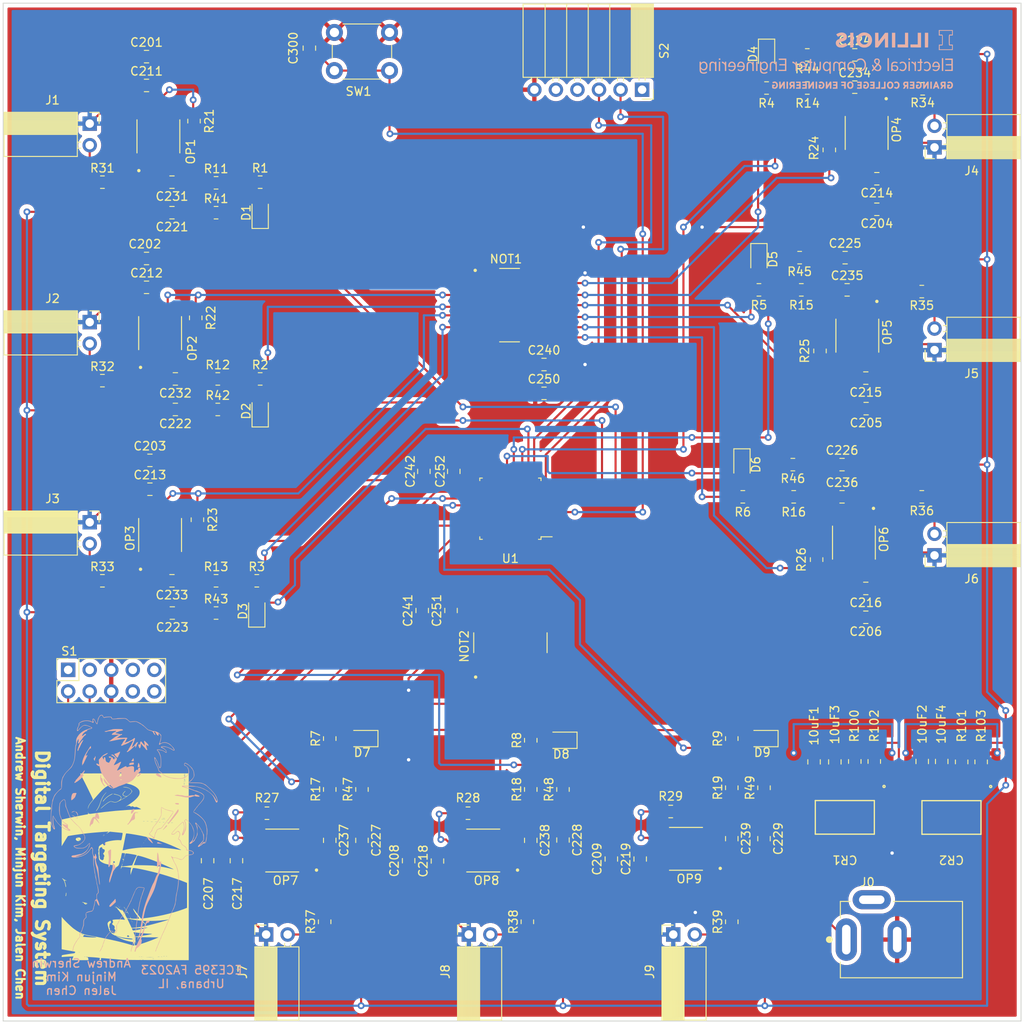
<source format=kicad_pcb>
(kicad_pcb (version 20211014) (generator pcbnew)
  (layers (0 "F.Cu" signal) (31 "B.Cu" signal) (34 "B.Paste" user) (35 "F.Paste" user) (36 "B.SilkS" user "B.Silkscreen") (37 "F.SilkS" user "F.Silkscreen") (38 "B.Mask" user) (39 "F.Mask" user) (44 "Edge.Cuts" user))
  (net 0 "")
  (net 1 "+12V")
  (net 2 "GND")
  (net 3 "6.6V")
  (net 4 "+3V3")
  (net 5 "Net-(C300-Pad1)")
  (net 6 "Net-(CR1-Pad1)")
  (net 7 "Net-(CR2-Pad1)")
  (net 8 "Net-(D1-Pad1)")
  (net 9 "Net-(D1-Pad2)")
  (net 10 "Net-(D2-Pad1)")
  (net 11 "Net-(D2-Pad2)")
  (net 12 "Net-(D3-Pad1)")
  (net 13 "Net-(D3-Pad2)")
  (net 14 "Net-(D4-Pad1)")
  (net 15 "Net-(D4-Pad2)")
  (net 16 "Net-(D5-Pad1)")
  (net 17 "Net-(D5-Pad2)")
  (net 18 "Net-(D6-Pad1)")
  (net 19 "Net-(D6-Pad2)")
  (net 20 "Net-(D7-Pad1)")
  (net 21 "Net-(D7-Pad2)")
  (net 22 "Net-(D8-Pad1)")
  (net 23 "Net-(D8-Pad2)")
  (net 24 "Net-(D9-Pad1)")
  (net 25 "Net-(D9-Pad2)")
  (net 27 "Net-(J1-Pad2)")
  (net 28 "Net-(J2-Pad2)")
  (net 29 "Net-(J3-Pad2)")
  (net 30 "Net-(J4-Pad2)")
  (net 31 "Net-(J5-Pad2)")
  (net 32 "Net-(J6-Pad2)")
  (net 33 "Net-(J7-Pad2)")
  (net 34 "Net-(J8-Pad2)")
  (net 35 "Net-(J9-Pad2)")
  (net 36 "Net-(NOT1-Pad1)")
  (net 37 "Net-(NOT1-Pad2)")
  (net 38 "Net-(NOT1-Pad3)")
  (net 39 "Net-(NOT1-Pad4)")
  (net 40 "Net-(NOT1-Pad5)")
  (net 41 "Net-(NOT1-Pad6)")
  (net 42 "Net-(NOT1-Pad8)")
  (net 43 "Net-(NOT1-Pad9)")
  (net 44 "Net-(NOT1-Pad10)")
  (net 45 "Net-(NOT1-Pad11)")
  (net 46 "Net-(NOT1-Pad12)")
  (net 47 "Net-(NOT1-Pad13)")
  (net 48 "Net-(NOT2-Pad1)")
  (net 49 "Net-(NOT2-Pad2)")
  (net 50 "Net-(NOT2-Pad3)")
  (net 51 "Net-(NOT2-Pad4)")
  (net 52 "Net-(NOT2-Pad5)")
  (net 53 "Net-(NOT2-Pad6)")
  (net 60 "Net-(OP1-Pad2)")
  (net 61 "Net-(OP2-Pad2)")
  (net 62 "Net-(OP3-Pad2)")
  (net 63 "Net-(OP4-Pad2)")
  (net 64 "Net-(OP5-Pad2)")
  (net 65 "Net-(OP6-Pad2)")
  (net 66 "Net-(OP7-Pad2)")
  (net 67 "Net-(OP8-Pad2)")
  (net 68 "Net-(OP9-Pad2)")
  (net 70 "Net-(S1-Pad2)")
  (net 72 "Net-(S1-Pad4)")
  (net 78 "Net-(S2-Pad2)")
  (net 79 "Net-(S2-Pad3)")
  (footprint "Capacitor_SMD:C_0805_2012Metric_Pad1.18x1.45mm_HandSolder" (layer "F.Cu") (at 150.3 103.6 180)
    (fp_text reference "C206")
    (fp_text value "10uF")
  )
  (footprint "Capacitor_SMD:C_0805_2012Metric_Pad1.18x1.45mm_HandSolder" (layer "F.Cu") (at 159.25 120.6 90)
    (fp_text reference "10uF4")
    (fp_text value "0.00001")
  )
  (footprint "Connector_PinSocket_2.54mm:PinSocket_1x06_P2.54mm_Horizontal" (layer "F.Cu") (at 123.925 41.4 -90)
    (fp_text reference "S2")
    (fp_text value "Conn_01x06")
  )
  (footprint "LED_SMD:LED_0805_2012Metric_Pad1.15x1.40mm_HandSolder" (layer "F.Cu") (at 135.7 85.6 -90)
    (fp_text reference "D6")
    (fp_text value "LED")
  )
  (footprint "Capacitor_SMD:C_0805_2012Metric_Pad1.18x1.45mm_HandSolder" (layer "F.Cu") (at 149 41.1)
    (fp_text reference "C234")
    (fp_text value "0.1uF")
  )
  (footprint "Capacitor_SMD:C_0805_2012Metric_Pad1.18x1.45mm_HandSolder" (layer "F.Cu") (at 68.9 75.5 180)
    (fp_text reference "C232")
    (fp_text value "0.1uF")
  )
  (footprint "Digital_Target:TLC271CDR" (layer "F.Cu") (at 129.1 130.9 180)
    (fp_text reference "OP9")
    (fp_text value "TLC271CDR")
  )
  (footprint "Digital_Target:TLC271CDR" (layer "F.Cu") (at 150.4 46.5 -90)
    (fp_text reference "OP4")
    (fp_text value "TLC271CDR")
  )
  (footprint "Digital_Target:TLC271CDR" (layer "F.Cu") (at 148.9 94.8 -90)
    (fp_text reference "OP6")
    (fp_text value "TLC271CDR")
  )
  (footprint "Capacitor_SMD:C_0805_2012Metric_Pad1.18x1.45mm_HandSolder" (layer "F.Cu") (at 65.5 64.7)
    (fp_text reference "C212")
    (fp_text value "0.1uF")
  )
  (footprint "Capacitor_SMD:C_0805_2012Metric_Pad1.18x1.45mm_HandSolder" (layer "F.Cu") (at 144.2 120.65 90)
    (fp_text reference "10uF1")
    (fp_text value "0.00001")
  )
  (footprint "Capacitor_SMD:C_0805_2012Metric_Pad1.18x1.45mm_HandSolder" (layer "F.Cu") (at 148.1 65)
    (fp_text reference "C235")
    (fp_text value "0.1uF")
  )
  (footprint "Resistor_SMD:R_0805_2012Metric_Pad1.20x1.40mm_HandSolder" (layer "F.Cu") (at 138.6 41.2)
    (fp_text reference "R4")
    (fp_text value "380")
  )
  (footprint "Digital_Target:PJ_202AH" (layer "F.Cu") (at 154.5 141.6)
    (fp_text reference "J0")
    (fp_text value "PJ-202AH")
  )
  (footprint "Capacitor_SMD:C_0805_2012Metric_Pad1.18x1.45mm_HandSolder" (layer "F.Cu") (at 99.8 132.3375 90)
    (fp_text reference "C218")
    (fp_text value "0.1uF")
  )
  (footprint "Digital_Target:SN74LS04DR" (layer "F.Cu") (at 108.3 66.8)
    (fp_text reference "NOT1")
    (fp_text value "SN74LS04DR")
  )
  (footprint "Capacitor_SMD:C_0805_2012Metric_Pad1.18x1.45mm_HandSolder" (layer "F.Cu") (at 150.3375 79 180)
    (fp_text reference "C205")
    (fp_text value "10uF")
  )
  (footprint "Resistor_SMD:R_0805_2012Metric_Pad1.20x1.40mm_HandSolder" (layer "F.Cu") (at 71.3 68.3 90)
    (fp_text reference "R22")
    (fp_text value "100000")
  )
  (footprint "Resistor_SMD:R_0805_2012Metric_Pad1.20x1.40mm_HandSolder" (layer "F.Cu") (at 156.9 65.2 180)
    (fp_text reference "R35")
    (fp_text value "50")
  )
  (footprint "Resistor_SMD:R_0805_2012Metric_Pad1.20x1.40mm_HandSolder" (layer "F.Cu") (at 127.3 126.5 180)
    (fp_text reference "R29")
    (fp_text value "100000")
  )
  (footprint "Resistor_SMD:R_0805_2012Metric_Pad1.20x1.40mm_HandSolder" (layer "F.Cu") (at 73.7 52.38)
    (fp_text reference "R11")
    (fp_text value "20000")
  )
  (footprint "Capacitor_SMD:C_0805_2012Metric_Pad1.18x1.45mm_HandSolder" (layer "F.Cu") (at 150.3 75.4 180)
    (fp_text reference "C215")
    (fp_text value "0.1uF")
  )
  (footprint "Capacitor_SMD:C_0805_2012Metric_Pad1.18x1.45mm_HandSolder" (layer "F.Cu") (at 151.6 55.5 180)
    (fp_text reference "C204")
    (fp_text value "10uF")
  )
  (footprint "Resistor_SMD:R_0805_2012Metric_Pad1.20x1.40mm_HandSolder" (layer "F.Cu") (at 60.3 99.3)
    (fp_text reference "R33")
    (fp_text value "50")
  )
  (footprint "Capacitor_SMD:C_0805_2012Metric_Pad1.18x1.45mm_HandSolder" (layer "F.Cu") (at 98 102.8 90)
    (fp_text reference "C241")
    (fp_text value "10uF")
  )
  (footprint "Resistor_SMD:R_0805_2012Metric_Pad1.20x1.40mm_HandSolder" (layer "F.Cu") (at 71.1 45.1 90)
    (fp_text reference "R21")
    (fp_text value "100000")
  )
  (footprint "Resistor_SMD:R_0805_2012Metric_Pad1.20x1.40mm_HandSolder" (layer "F.Cu") (at 146 48.5 -90)
    (fp_text reference "R24")
    (fp_text value "100000")
  )
  (footprint "Resistor_SMD:R_0805_2012Metric_Pad1.20x1.40mm_HandSolder" (layer "F.Cu") (at 137.7 65)
    (fp_text reference "R5")
    (fp_text value "380")
  )
  (footprint "Resistor_SMD:R_0805_2012Metric_Pad1.20x1.40mm_HandSolder" (layer "F.Cu") (at 144.9 72.2 -90)
    (fp_text reference "R25")
    (fp_text value "100000")
  )
  (footprint "Capacitor_SMD:C_0805_2012Metric_Pad1.18x1.45mm_HandSolder" (layer "F.Cu") (at 65.9 85.1)
    (fp_text reference "C203")
    (fp_text value "10uF")
  )
  (footprint "Resistor_SMD:R_0805_2012Metric_Pad1.20x1.40mm_HandSolder" (layer "F.Cu") (at 73.7 99.3)
    (fp_text reference "R13")
    (fp_text value "20000")
  )
  (footprint "Digital_Target:TLC271CDR" (layer "F.Cu") (at 105.2 131.1 180)
    (fp_text reference "OP8")
    (fp_text value "TLC271CDR")
  )
  (footprint "Digital_Target:LD1117SC_R" (layer "F.Cu") (at 160.4 127.2 180)
    (fp_text reference "CR2")
    (fp_text value "LD1117SC-R")
  )
  (footprint "Capacitor_SMD:C_0805_2012Metric_Pad1.18x1.45mm_HandSolder" (layer "F.Cu") (at 147.8625 61.2)
    (fp_text reference "C225")
    (fp_text value "10uF")
  )
  (footprint "Capacitor_SMD:C_0805_2012Metric_Pad1.18x1.45mm_HandSolder" (layer "F.Cu") (at 151.6 51.9 180)
    (fp_text reference "C214")
    (fp_text value "0.1uF")
  )
  (footprint "Capacitor_SMD:C_0805_2012Metric_Pad1.18x1.45mm_HandSolder" (layer "F.Cu") (at 68.5 99.3 180)
    (fp_text reference "C233")
    (fp_text value "0.1uF")
  )
  (footprint "Resistor_SMD:R_0805_2012Metric_Pad1.20x1.40mm_HandSolder" (layer "F.Cu") (at 161.6 120.65 -90)
    (fp_text reference "R101")
    (fp_text value "120")
  )
  (footprint "Capacitor_SMD:C_0805_2012Metric_Pad1.18x1.45mm_HandSolder" (layer "F.Cu") (at 76.1 132.3 90)
    (fp_text reference "C217")
    (fp_text value "0.1uF")
  )
  (footprint "Capacitor_SMD:C_0805_2012Metric_Pad1.18x1.45mm_HandSolder" (layer "F.Cu") (at 96.4 132.3 90)
    (fp_text reference "C208")
    (fp_text value "10uF")
  )
  (footprint "Capacitor_SMD:C_0805_2012Metric_Pad1.18x1.45mm_HandSolder" (layer "F.Cu") (at 65.5 40.9)
    (fp_text reference "C211")
    (fp_text value "0.1uF")
  )
  (footprint "Resistor_SMD:R_0805_2012Metric_Pad1.20x1.40mm_HandSolder" (layer "F.Cu") (at 134.5 117.9 90)
    (fp_text reference "R9")
    (fp_text value "380")
  )
  (footprint "Capacitor_SMD:C_0805_2012Metric_Pad1.18x1.45mm_HandSolder" (layer "F.Cu") (at 149 37.3)
    (fp_text reference "C224")
    (fp_text value "10uF")
  )
  (footprint "Resistor_SMD:R_0805_2012Metric_Pad1.20x1.40mm_HandSolder" (layer "F.Cu") (at 138.3 123.7 90)
    (fp_text reference "R49")
    (fp_text value "330")
  )
  (footprint "Capacitor_SMD:C_0805_2012Metric_Pad1.18x1.45mm_HandSolder" (layer "F.Cu") (at 65.5 61.3)
    (fp_text reference "C202")
    (fp_text value "10uF")
  )
  (footprint "Connector_PinSocket_2.54mm:PinSocket_1x02_P2.54mm_Horizontal" (layer "F.Cu") (at 58.8 45.4)
    (fp_text reference "J1")
    (fp_text value "Conn_01x02")
  )
  (footprint "Connector_PinSocket_2.54mm:PinSocket_1x02_P2.54mm_Horizontal" (layer "F.Cu") (at 79.6 141 90)
    (fp_text reference "J7")
    (fp_text value "Conn_01x02")
  )
  (footprint "Digital_Target:LD1117SC_R" (layer "F.Cu") (at 147.8285 127.1873 180)
    (fp_text reference "CR1")
    (fp_text value "LD1117SC-R")
  )
  (footprint "Capacitor_SMD:C_0805_2012Metric_Pad1.18x1.45mm_HandSolder" (layer "F.Cu") (at 147.5 89.4)
    (fp_text reference "C236")
    (fp_text value "0.1uF")
  )
  (footprint "Capacitor_SMD:C_0805_2012Metric_Pad1.18x1.45mm_HandSolder" (layer "F.Cu") (at 72.7 132.3 90)
    (fp_text reference "C207")
    (fp_text value "10uF")
  )
  (footprint "Digital_Target:AngreyJalen1" (layer "F.Cu") (at 63 133 -90)
    (fp_text reference "")
    (fp_text value "LOGO" hide)
  )
  (footprint "Resistor_SMD:R_0805_2012Metric_Pad1.20x1.40mm_HandSolder" (layer "F.Cu") (at 73.9 79.1)
    (fp_text reference "R42")
    (fp_text value "330")
  )
  (footprint "Resistor_SMD:R_0805_2012Metric_Pad1.20x1.40mm_HandSolder" (layer "F.Cu") (at 110.8 123.9 90)
    (fp_text reference "R18")
    (fp_text value "20000")
  )
  (footprint "Connector_PinSocket_2.54mm:PinSocket_1x02_P2.54mm_Horizontal" (layer "F.Cu") (at 158.4 48.2 180)
    (fp_text reference "J4")
    (fp_text value "Conn_01x02")
  )
  (footprint "Capacitor_SMD:C_0805_2012Metric_Pad1.18x1.45mm_HandSolder" (layer "F.Cu") (at 84.7 36.5 90)
    (fp_text reference "C300")
    (fp_text value "C")
  )
  (footprint "Resistor_SMD:R_0805_2012Metric_Pad1.20x1.40mm_HandSolder" (layer "F.Cu") (at 79.7 126.7 180)
    (fp_text reference "R27")
    (fp_text value "100000")
  )
  (footprint "LED_SMD:LED_0805_2012Metric_Pad1.15x1.40mm_HandSolder" (layer "F.Cu") (at 137.7 61.4 -90)
    (fp_text reference "D5")
    (fp_text value "LED")
  )
  (footprint "Capacitor_SMD:C_0805_2012Metric_Pad1.18x1.45mm_HandSolder" (layer "F.Cu") (at 68.5375 103.1 180)
    (fp_text reference "C223")
    (fp_text value "10uF")
  )
  (footprint "Digital_Target:SN74LS04DR" (layer "F.Cu") (at 108.4 106.6 90)
    (fp_text reference "NOT2")
    (fp_text value "SN74LS04DR")
  )
  (footprint "Capacitor_SMD:C_0805_2012Metric_Pad1.18x1.45mm_HandSolder" (layer "F.Cu") (at 150.3 100.2 180)
    (fp_text reference "C216")
    (fp_text value "0.1uF")
  )
  (footprint "Connector_PinSocket_2.54mm:PinSocket_1x02_P2.54mm_Horizontal" (layer "F.Cu") (at 158.4 72.1 180)
    (fp_text reference "J5")
    (fp_text value "Conn_01x02")
  )
  (footprint "Resistor_SMD:R_0805_2012Metric_Pad1.20x1.40mm_HandSolder" (layer "F.Cu") (at 135.8 89.4)
    (fp_text reference "R6")
    (fp_text value "380")
  )
  (footprint "Capacitor_SMD:C_0805_2012Metric_Pad1.18x1.45mm_HandSolder" (layer "F.Cu") (at 65.9 88.5)
    (fp_text reference "C213")
    (fp_text value "0.1uF")
  )
  (footprint "Capacitor_SMD:C_0805_2012Metric_Pad1.18x1.45mm_HandSolder" (layer "F.Cu") (at 147.5 85.6)
    (fp_text reference "C226")
    (fp_text value "10uF")
  )
  (footprint "Capacitor_SMD:C_0805_2012Metric_Pad1.18x1.45mm_HandSolder" (layer "F.Cu") (at 68.5 55.9 180)
    (fp_text reference "C221")
    (fp_text value "10uF")
  )
  (footprint "Resistor_SMD:R_0805_2012Metric_Pad1.20x1.40mm_HandSolder" (layer "F.Cu") (at 141.7 85.6 180)
    (fp_text reference "R46")
    (fp_text value "330")
  )
  (footprint "Connector_PinSocket_2.54mm:PinSocket_2x05_P2.54mm_Vertical" (layer "F.Cu") (at 56.26 109.8 90)
    (fp_text reference "S1")
    (fp_text value "Conn_02x05_Odd_Even")
  )
  (footprint "Resistor_SMD:R_0805_2012Metric_Pad1.20x1.40mm_HandSolder" (layer "F.Cu") (at 87.1 117.9 90)
    (fp_text reference "R7")
    (fp_text value "380")
  )
  (footprint "LED_SMD:LED_0805_2012Metric_Pad1.15x1.40mm_HandSolder" (layer "F.Cu") (at 138.6 37.3 -90)
    (fp_text reference "D4")
    (fp_text value "LED")
  )
  (footprint "Connector_PinSocket_2.54mm:PinSocket_1x02_P2.54mm_Horizontal" (layer "F.Cu") (at 127.6 141 90)
    (fp_text reference "J9")
    (fp_text value "Conn_01x02")
  )
  (footprint "Digital_Target:TLC271CDR" (layer "F.Cu") (at 81.5 131.1 180)
    (fp_text reference "OP7")
    (fp_text value "TLC271CDR")
  )
  (footprint "Resistor_SMD:R_0805_2012Metric_Pad1.20x1.40mm_HandSolder" (layer "F.Cu") (at 73.7 103.1)
    (fp_text reference "R43")
    (fp_text value "330")
  )
  (footprint "Resistor_SMD:R_0805_2012Metric_Pad1.20x1.40mm_HandSolder" (layer "F.Cu") (at 143.4 41.2)
    (fp_text reference "R14")
    (fp_text value "20000")
  )
  (footprint "LED_SMD:LED_0805_2012Metric_Pad1.15x1.40mm_HandSolder" (layer "F.Cu") (at 90.925 117.9 180)
    (fp_text reference "D7")
    (fp_text value "LED")
  )
  (footprint "Resistor_SMD:R_0805_2012Metric_Pad1.20x1.40mm_HandSolder" (layer "F.Cu") (at 60.3 52.3)
    (fp_text reference "R31")
    (fp_text value "50")
  )
  (footprint "Resistor_SMD:R_0805_2012Metric_Pad1.20x1.40mm_HandSolder" (layer "F.Cu") (at 114.6 123.9 90)
    (fp_text reference "R48")
    (fp_text value "330")
  )
  (footprint "Package_QFP:LQFP-32_7x7mm_P0.8mm" (layer "F.Cu") (at 108.4 90.8 180)
    (fp_text reference "U1")
    (fp_text value "STM32L031K6Tx")
  )
  (footprint "Capacitor_SMD:C_0805_2012Metric_Pad1.18x1.45mm_HandSolder" (layer "F.Cu") (at 138.3 129.7 -90)
    (fp_text reference "C229")
    (fp_text value "10uF")
  )
  (footprint "Capacitor_SMD:C_0805_2012Metric_Pad1.18x1.45mm_HandSolder" (layer "F.Cu") (at 112.3625 77.2)
    (fp_text reference "C250")
    (fp_text value "0.1uF")
  )
  (footprint "Capacitor_SMD:C_0805_2012Metric_Pad1.18x1.45mm_HandSolder" (layer "F.Cu") (at 123.7 132.1 90)
    (fp_text reference "C219")
    (fp_text value "0.1uF")
  )
  (footprint "Resistor_SMD:R_0805_2012Metric_Pad1.20x1.40mm_HandSolder" (layer "F.Cu") (at 134.5 139.5 90)
    (fp_text reference "R39")
    (fp_text value "50")
  )
  (footprint "Resistor_SMD:R_0805_2012Metric_Pad1.20x1.40mm_HandSolder" (layer "F.Cu") (at 141.8 89.4)
    (fp_text reference "R16")
    (fp_text value "20000")
  )
  (footprint "Capacitor_SMD:C_0805_2012Metric_Pad1.18x1.45mm_HandSolder" (layer "F.Cu") (at 65.5 37.5)
    (fp_text reference "C201")
    (fp_text value "10uF")
  )
  (footprint "Capacitor_SMD:C_0805_2012Metric_Pad1.18x1.45mm_HandSolder" (layer "F.Cu") (at 98.2 86.4 -90)
    (fp_text reference "C242")
    (fp_text value "10uF")
  )
  (footprint "Capacitor_SMD:C_0805_2012Metric_Pad1.18x1.45mm_HandSolder" (layer "F.Cu") (at 87.1 129.9 -90)
    (fp_text reference "C237")
    (fp_text value "0.1uF")
  )
  (footprint "LED_SMD:LED_0805_2012Metric_Pad1.15x1.40mm_HandSolder" (layer "F.Cu") (at 138.1 117.9 180)
    (fp_text reference "D9")
    (fp_text value "LED")
  )
  (footprint "Resistor_SMD:R_0805_2012Metric_Pad1.20x1.40mm_HandSolder" (layer "F.Cu") (at 73.9 75.5)
    (fp_text reference "R12")
    (fp_text value "20000")
  )
  (footprint "Resistor_SMD:R_0805_2012Metric_Pad1.20x1.40mm_HandSolder" (layer "F.Cu") (at 78.9 75.5)
    (fp_text reference "R2")
    (fp_text value "380")
  )
  (footprint "Connector_PinSocket_2.54mm:PinSocket_1x02_P2.54mm_Horizontal" (layer "F.Cu") (at 158.4 96.3 180)
    (fp_text reference "J6")
    (fp_text value "Conn_01x02")
  )
  (footprint "Capacitor_SMD:C_0805_2012Metric_Pad1.18x1.45mm_HandSolder" (layer "F.Cu") (at 156.95 120.6 90)
    (fp_text reference "10uF2")
    (fp_text value "0.00001")
  )
  (footprint "Resistor_SMD:R_0805_2012Metric_Pad1.20x1.40mm_HandSolder" (layer "F.Cu") (at 71.5 92.1 90)
    (fp_text reference "R23")
    (fp_text value "100000")
  )
  (footprint "Resistor_SMD:R_0805_2012Metric_Pad1.20x1.40mm_HandSolder" (layer "F.Cu") (at 78.9 52.3)
    (fp_text reference "R1")
    (fp_text value "380")
  )
  (footprint "Resistor_SMD:R_0805_2012Metric_Pad1.20x1.40mm_HandSolder" (layer "F.Cu") (at 87.1 123.9 90)
    (fp_text reference "R17")
    (fp_text value "20000")
  )
  (footprint "Resistor_SMD:R_0805_2012Metric_Pad1.20x1.40mm_HandSolder" (layer "F.Cu") (at 73.7 55.9)
    (fp_text reference "R41")
    (fp_text value "330")
  )
  (footprint "Connector_PinSocket_2.54mm:PinSocket_1x02_P2.54mm_Horizontal" (layer "F.Cu") (at 103.5 141 90)
    (fp_text reference "J8")
    (fp_text value "Conn_01x02")
  )
  (footprint "LED_SMD:LED_0805_2012Metric_Pad1.15x1.40mm_HandSolder" (layer "F.Cu") (at 78.9 79.3 90)
    (fp_text reference "D2")
    (fp_text value "LED")
  )
  (footprint "Capacitor_SMD:C_0805_2012Metric_Pad1.18x1.45mm_HandSolder" (layer "F.Cu") (at 110.8 129.9 -90)
    (fp_text reference "C238")
    (fp_text value "0.1uF")
  )
  (footprint "Capacitor_SMD:C_0805_2012Metric_Pad1.18x1.45mm_HandSolder" (layer "F.Cu") (at 101.4 102.8 90)
    (fp_text reference "C251")
    (fp_text value "0.1uF")
  )
  (footprint "Resistor_SMD:R_0805_2012Metric_Pad1.20x1.40mm_HandSolder" (layer "F.Cu") (at 78.5 99.3)
    (fp_text reference "R3")
    (fp_text value "380")
  )
  (footprint "Button_Switch_THT:SW_PUSH_6mm_H4.3mm" (layer "F.Cu") (at 87.65 34.65)
    (fp_text reference "SW1")
    (fp_text value "SW_Push")
  )
  (footprint "Capacitor_SMD:C_0805_2012Metric_Pad1.18x1.45mm_HandSolder" (layer "F.Cu") (at 68.9 79.1 180)
    (fp_text reference "C222")
    (fp_text value "10uF")
  )
  (footprint "Capacitor_SMD:C_0805_2012Metric_Pad1.18x1.45mm_HandSolder" (layer "F.Cu") (at 146.65 120.65 90)
    (fp_text reference "10uF3")
    (fp_text value "0.00001")
  )
  (footprint "Resistor_SMD:R_0805_2012Metric_Pad1.20x1.40mm_HandSolder" (layer "F.Cu") (at 90.9 123.9 90)
    (fp_text reference "R47")
    (fp_text value "330")
  )
  (footprint "Resistor_SMD:R_0805_2012Metric_Pad1.20x1.40mm_HandSolder" (layer "F.Cu") (at 143.4 37.3 180)
    (fp_text reference "R44")
    (fp_text value "330")
  )
  (footprint "Digital_Target:TLC271CDR" (layer "F.Cu") (at 67.1 70.1 90)
    (fp_text reference "OP2")
    (fp_text value "TLC271CDR")
  )
  (footprint "Resistor_SMD:R_0805_2012Metric_Pad1.20x1.40mm_HandSolder" (layer "F.Cu") (at 60.3 75.7)
    (fp_text reference "R32")
    (fp_text value "50")
  )
  (footprint "Capacitor_SMD:C_0805_2012Metric_Pad1.18x1.45mm_HandSolder" (layer "F.Cu") (at 134.5 129.7 -90)
    (fp_text reference "C239")
    (fp_text value "0.1uF")
  )
  (footprint "Resistor_SMD:R_0805_2012Metric_Pad1.20x1.40mm_HandSolder" (layer "F.Cu") (at 86.5 139.5 90)
    (fp_text reference "R37")
    (fp_text value "50")
  )
  (footprint "Capacitor_SMD:C_0805_2012Metric_Pad1.18x1.45mm_HandSolder" (layer "F.Cu") (at 120.3 132.1 90)
    (fp_text reference "C209")
    (fp_text value "10uF")
  )
  (footprint "Capacitor_SMD:C_0805_2012Metric_Pad1.18x1.45mm_HandSolder" (layer "F.Cu") (at 114.6 129.8625 -90)
    (fp_text reference "C228")
    (fp_text value "10uF")
  )
  (footprint "Resistor_SMD:R_0805_2012Metric_Pad1.20x1.40mm_HandSolder" (layer "F.Cu") (at 134.5 123.7 90)
    (fp_text reference "R19")
    (fp_text value "20000")
  )
  (footprint "Capacitor_SMD:C_0805_2012Metric_Pad1.18x1.45mm_HandSolder" (layer "F.Cu") (at 101.725 86.4 -90)
    (fp_text reference "C252")
    (fp_text value "0.1uF")
  )
  (footprint "Capacitor_SMD:C_0805_2012Metric_Pad1.18x1.45mm_HandSolder" (layer "F.Cu") (at 90.9 129.9 -90)
    (fp_text reference "C227")
    (fp_text value "10uF")
  )
  (footprint "Resistor_SMD:R_0805_2012Metric_Pad1.20x1.40mm_HandSolder" (layer "F.Cu") (at 110.8 118.1 90)
    (fp_text reference "R8")
    (fp_text value "380")
  )
  (footprint "Resistor_SMD:R_0805_2012Metric_Pad1.20x1.40mm_HandSolder" (layer "F.Cu") (at 142.7 65)
    (fp_text reference "R15")
    (fp_text value "20000")
  )
  (footprint "LED_SMD:LED_0805_2012Metric_Pad1.15x1.40mm_HandSolder" (layer "F.Cu") (at 114.4 118.1 180)
    (fp_text reference "D8")
    (fp_text value "LED")
  )
  (footprint "Resistor_SMD:R_0805_2012Metric_Pad1.20x1.40mm_HandSolder" (layer "F.Cu") (at 149 120.6 -90)
    (fp_text reference "R100")
    (fp_text value "120")
  )
  (footprint "LED_SMD:LED_0805_2012Metric_Pad1.15x1.40mm_HandSolder" (layer "F.Cu") (at 78.5 102.9 90)
    (fp_text reference "D3")
    (fp_text value "LED")
  )
  (footprint "Digital_Target:TLC271CDR" (layer "F.Cu") (at 66.9 46.9 90)
    (fp_text reference "OP1")
    (fp_text value "TLC271CDR")
  )
  (footprint "Connector_PinSocket_2.54mm:PinSocket_1x02_P2.54mm_Horizontal" (layer "F.Cu") (at 58.8 92.4)
    (fp_text reference "J3")
    (fp_text value "Conn_01x02")
  )
  (footprint "Resistor_SMD:R_0805_2012Metric_Pad1.20x1.40mm_HandSolder" (layer "F.Cu") (at 156.9 89.4 180)
    (fp_text reference "R36")
    (fp_text value "50")
  )
  (footprint "Capacitor_SMD:C_0805_2012Metric_Pad1.18x1.45mm_HandSolder" (layer "F.Cu") (at 68.5 52.3 180)
    (fp_text reference "C231")
    (fp_text value "0.1uF")
  )
  (footprint "Resistor_SMD:R_0805_2012Metric_Pad1.20x1.40mm_HandSolder" (layer "F.Cu") (at 103.4 126.7 180)
    (fp_text reference "R28")
    (fp_text value "100000")
  )
  (footprint "Resistor_SMD:R_0805_2012Metric_Pad1.20x1.40mm_HandSolder" (layer "F.Cu") (at 144.5 96.8 -90)
    (fp_text reference "R26")
    (fp_text value "100000")
  )
  (footprint "Connector_PinSocket_2.54mm:PinSocket_1x02_P2.54mm_Horizontal" (layer "F.Cu") (at 58.8 68.8)
    (fp_text reference "J2")
    (fp_text value "Conn_01x02")
  )
  (footprint "Capacitor_SMD:C_0805_2012Metric_Pad1.18x1.45mm_HandSolder" (layer "F.Cu") (at 112.3625 73.8)
    (fp_text reference "C240")
    (fp_text value "10uF")
  )
  (footprint "Digital_Target:TLC271CDR" (layer "F.Cu") (at 149.3 70.4 -90)
    (fp_text reference "OP5")
    (fp_text value "TLC271CDR")
  )
  (footprint "Resistor_SMD:R_0805_2012Metric_Pad1.20x1.40mm_HandSolder" (layer "F.Cu") (at 110.4 139.5 90)
    (fp_text reference "R38")
    (fp_text value "50")
  )
  (footprint "Resistor_SMD:R_0805_2012Metric_Pad1.20x1.40mm_HandSolder" (layer "F.Cu") (at 142.5 61.2 180)
    (fp_text reference "R45")
    (fp_text value "330")
  )
  (footprint "LED_SMD:LED_0805_2012Metric_Pad1.15x1.40mm_HandSolder" (layer "F.Cu") (at 78.9 55.9 90)
    (fp_text reference "D1")
    (fp_text value "LED")
  )
  (footprint "Resistor_SMD:R_0805_2012Metric_Pad1.20x1.40mm_HandSolder" (layer "F.Cu") (at 163.9 120.65 90)
    (fp_text reference "R103")
    (fp_text value "?")
  )
  (footprint "Resistor_SMD:R_0805_2012Metric_Pad1.20x1.40mm_HandSolder" (layer "F.Cu") (at 151.3 120.6 90)
    (fp_text reference "R102")
    (fp_text value "?")
  )
  (footprint "Resistor_SMD:R_0805_2012Metric_Pad1.20x1.40mm_HandSolder" (layer "F.Cu") (at 157 41.3 180)
    (fp_text reference "R34")
    (fp_text value "50")
  )
  (footprint "Digital_Target:TLC271CDR" (layer "F.Cu") (at 67.1 93.9 90)
    (fp_text reference "OP3")
    (fp_text value "TLC271CDR")
  )
  (footprint "Digital_Target:IllinoisECENegative31mm" (layer "B.Cu") (at 145.6 37.8 180)
    (fp_text reference "")
    (fp_text value "LOGO" hide)
  )
  (footprint "Digital_Target:AsukaNegative28mm" (layer "B.Cu") (at 64 129 180)
    (fp_text reference "")
    (fp_text value "LOGO" hide)
  )
  (gr_line (start 48.6 31.2) (end 48.6 151.2) (layer "Edge.Cuts") (width 0.1))
  (gr_line (start 48.6 31.2) (end 168.6 31.2) (layer "Edge.Cuts") (width 0.1))
  (gr_line (start 48.6 151.2) (end 168.6 151.2) (layer "Edge.Cuts") (width 0.1))
  (gr_line (start 168.6 151.2) (end 168.6 31.2) (layer "Edge.Cuts") (width 0.1))
  (gr_text "Andrew Sherwin\nMinjun Kim\nJalen Chen" (at 57.8 146) (layer "B.SilkS") (effects (font (size 1 1)) (justify mirror)))
  (gr_text "ECE395 FA2023\nUrbana, IL" (at 70.8 146) (layer "B.SilkS") (effects (font (size 1 1)) (justify mirror)))
  (gr_text "Andrew Sherwin, Minjun Kim, Jalen Chen" (at 50.6 133.2 270) (layer "F.SilkS") (effects (font (size 1 1) (thickness 0.25))))
  (gr_text "Digital Targeting System" (at 53.2 133.2 270) (layer "F.SilkS") (effects (font (size 1.5 1.5) (thickness 0.375))))
  (segment (start 155.2 133) (end 155 133.2) (width 0.25) (layer "F.Cu") (net 1))
  (segment (start 155 133.2) (end 143.4 133.2) (width 0.25) (layer "F.Cu") (net 1))
  (segment (start 143.4 125.2) (end 144.6131 123.9869) (width 0.25) (layer "F.Cu") (net 1))
  (segment (start 145.5285 123.016) (end 144.2 121.6875) (width 0.25) (layer "F.Cu") (net 1))
  (segment (start 158.1 123.9996) (end 158.1 122.7875) (width 0.25) (layer "F.Cu") (net 1))
  (segment (start 144.6131 123.9869) (end 145.5285 123.9869) (width 0.25) (layer "F.Cu") (net 1))
  (segment (start 155.2 125) (end 155.2 133) (width 0.25) (layer "F.Cu") (net 1))
  (segment (start 158.1 122.7875) (end 156.95 121.6375) (width 0.25) (layer "F.Cu") (net 1))
  (segment (start 143.4 133.2) (end 143.4 125.2) (width 0.25) (layer "F.Cu") (net 1))
  (segment (start 145.5285 123.9869) (end 145.5285 123.016) (width 0.25) (layer "F.Cu") (net 1))
  (segment (start 148 141.6) (end 143.4 137) (width 0.25) (layer "F.Cu") (net 1))
  (segment (start 155.2 125) (end 156.2004 123.9996) (width 0.25) (layer "F.Cu") (net 1))
  (segment (start 143.4 137) (end 143.4 133.2) (width 0.25) (layer "F.Cu") (net 1))
  (segment (start 156.2004 123.9996) (end 158.1 123.9996) (width 0.25) (layer "F.Cu") (net 1))
  (segment (start 144.2 119.6125) (end 146.65 119.6125) (width 0.25) (layer "F.Cu") (net 2))
  (segment (start 155.0375 119.5625) (end 155 119.6) (width 0.25) (layer "F.Cu") (net 2))
  (segment (start 163.95 119.6) (end 163.9 119.65) (width 0.25) (layer "F.Cu") (net 2))
  (segment (start 156.95 119.5625) (end 159.25 119.5625) (width 0.25) (layer "F.Cu") (net 2))
  (segment (start 120.3 133.1375) (end 120.4 133.2375) (width 0.25) (layer "F.Cu") (net 2))
  (segment (start 141.8 119.6) (end 144.1875 119.6) (width 0.25) (layer "F.Cu") (net 2))
  (segment (start 151.3 119.6) (end 153.4 119.6) (width 0.25) (layer "F.Cu") (net 2))
  (segment (start 165.8 119.6) (end 163.95 119.6) (width 0.25) (layer "F.Cu") (net 2))
  (segment (start 144.1875 119.6) (end 144.2 119.6125) (width 0.25) (layer "F.Cu") (net 2))
  (segment (start 156.95 119.5625) (end 155.0375 119.5625) (width 0.25) (layer "F.Cu") (net 2))
  (via (at 155 119.6) (size 0.8) (drill 0.4) (layers "F.Cu" "B.Cu") (net 2))
  (via (at 165.8 119.6) (size 0.8) (drill 0.4) (layers "F.Cu" "B.Cu") (net 2))
  (via (at 153.4 119.6) (size 0.8) (drill 0.4) (layers "F.Cu" "B.Cu") (net 2))
  (via (at 141.8 119.6) (size 0.8) (drill 0.4) (layers "F.Cu" "B.Cu") (net 2))
  (segment (start 153.4 116.2) (end 141.8 116.2) (width 0.25) (layer "B.Cu") (net 2))
  (segment (start 153.4 119.6) (end 153.4 116.2) (width 0.25) (layer "B.Cu") (net 2))
  (segment (start 165.8 116.2) (end 165.8 119.6) (width 0.25) (layer "B.Cu") (net 2))
  (segment (start 155 119.6) (end 155 116.2) (width 0.25) (layer "B.Cu") (net 2))
  (segment (start 155 116.2) (end 165.8 116.2) (width 0.25) (layer "B.Cu") (net 2))
  (segment (start 141.8 116.2) (end 141.8 119.6) (width 0.25) (layer "B.Cu") (net 2))
  (segment (start 154.2 123.4) (end 154.2 118.4) (width 0.25) (layer "F.Cu") (net 3))
  (segment (start 149.935 72.419984) (end 150.954984 71.4) (width 0.25) (layer "F.Cu") (net 3))
  (segment (start 66.5375 42.4625) (end 61.7375 42.4625) (width 0.25) (layer "F.Cu") (net 3))
  (segment (start 123.7 131.0625) (end 125.0625 131.0625) (width 0.25) (layer "F.Cu") (net 3))
  (segment (start 150.5625 55.5) (end 142.9 55.5) (width 0.25) (layer "F.Cu") (net 3))
  (segment (start 99.8 131.3) (end 101.1 131.3) (width 0.25) (layer "F.Cu") (net 3))
  (segment (start 66.5375 66.0625) (end 66.5375 67.5575) (width 0.25) (layer "F.Cu") (net 3))
  (segment (start 66.5375 37.5) (end 66.5375 40.9) (width 0.25) (layer "F.Cu") (net 3))
  (segment (start 140.8 57.6) (end 131 57.6) (width 0.25) (layer "F.Cu") (net 3))
  (segment (start 61.7375 42.4625) (end 58.8 45.4) (width 0.25) (layer "F.Cu") (net 3))
  (segment (start 61.3375 89.8625) (end 58.8 92.4) (width 0.25) (layer "F.Cu") (net 3))
  (segment (start 151.894984 47.66) (end 157.86 47.66) (width 0.25) (layer "F.Cu") (net 3))
  (segment (start 77.3375 131.2625) (end 77.3375 138.7375) (width 0.25) (layer "F.Cu") (net 3))
  (segment (start 66.5375 66.0625) (end 61.5375 66.0625) (width 0.25) (layer "F.Cu") (net 3))
  (segment (start 127.6 138.8) (end 127.6 141) (width 0.25) (layer "F.Cu") (net 3))
  (segment (start 149 119.6) (end 150.2 118.4) (width 0.25) (layer "F.Cu") (net 3))
  (segment (start 66.5375 44.1575) (end 66.265 44.43) (width 0.25) (layer "F.Cu") (net 3))
  (segment (start 66.9375 89.8625) (end 66.9375 90.9575) (width 0.25) (layer "F.Cu") (net 3))
  (segment (start 77.3375 131.2625) (end 78.5575 131.2625) (width 0.25) (layer "F.Cu") (net 3))
  (segment (start 102.295 131.3) (end 102.73 131.735) (width 0.25) (layer "F.Cu") (net 3))
  (segment (start 128 138.4) (end 127.8 138.6) (width 0.25) (layer "F.Cu") (net 3))
  (segment (start 110.785 63) (end 110.775 62.99) (width 0.25) (layer "F.Cu") (net 3))
  (segment (start 120.3 131.0625) (end 123.7 131.0625) (width 0.25) (layer "F.Cu") (net 3))
  (segment (start 150.2 118.4) (end 154.2 118.4) (width 0.25) (layer "F.Cu") (net 3))
  (segment (start 98 101.7625) (end 101.4 101.7625) (width 0.25) (layer "F.Cu") (net 3))
  (segment (start 110.8 57.6) (end 110.8 62.965) (width 0.25) (layer "F.Cu") (net 3))
  (segment (start 150.394984 95.96) (end 158.06 95.96) (width 0.25) (layer "F.Cu") (net 3))
  (segment (start 96.4 110.8) (end 103.075 104.125) (width 0.25) (layer "F.Cu") (net 3))
  (segment (start 66.9375 85.1) (end 66.9375 88.5) (width 0.25) (layer "F.Cu") (net 3))
  (segment (start 147.8285 122.866) (end 146.65 121.6875) (width 0.25) (layer "F.Cu") (net 3))
  (segment (start 96.4 112.2) (end 96.4 110.8) (width 0.25) (layer "F.Cu") (net 3))
  (segment (start 96.4 131.2625) (end 96.4 120.4) (width 0.25) (layer "F.Cu") (net 3))
  (segment (start 125.0625 131.0625) (end 126.1575 131.0625) (width 0.25) (layer "F.Cu") (net 3))
  (segment (start 103.075 104.125) (end 104.59 104.125) (width 0.25) (layer "F.Cu") (net 3))
  (segment (start 66.5375 64.7) (end 66.5375 66.0625) (width 0.25) (layer "F.Cu") (net 3))
  (segment (start 72.7 131.2625) (end 76.1 131.2625) (width 0.25) (layer "F.Cu") (net 3))
  (segment (start 76.1 131.2625) (end 77.3375 131.2625) (width 0.25) (layer "F.Cu") (net 3))
  (segment (start 149.535 97.27) (end 149.535 96.819984) (width 0.25) (layer "F.Cu") (net 3))
  (segment (start 99.7625 131.2625) (end 99.8 131.3) (width 0.25) (layer "F.Cu") (net 3))
  (segment (start 98 57.6) (end 110.8 57.6) (width 0.25) (layer "F.Cu") (net 3))
  (segment (start 61.5375 66.0625) (end 58.8 68.8) (width 0.25) (layer "F.Cu") (net 3))
  (segment (start 150.5625 49.4425) (end 151.035 48.97) (width 0.25) (layer "F.Cu") (net 3))
  (segment (start 117.2 63) (end 110.785 63) (width 0.25) (layer "F.Cu") (net 3))
  (segment (start 126.1575 131.0625) (end 126.63 131.535) (width 0.25) (layer "F.Cu") (net 3))
  (segment (start 154.2 105) (end 158.4 100.8) (width 0.25) (layer "F.Cu") (net 3))
  (segment (start 147.8285 123.9869) (end 147.8285 122.866) (width 0.25) (layer "F.Cu") (net 3))
  (segment (start 149.935 74.7275) (end 149.935 74.265) (width 0.25) (layer "F.Cu") (net 3))
  (segment (start 149.935 72.87) (end 149.935 72.419984) (width 0.25) (layer "F.Cu") (net 3))
  (segment (start 154.2 118.4) (end 154.2 105) (width 0.25) (layer "F.Cu") (net 3))
  (segment (start 125.0625 131.0625) (end 125.0625 135.8625) (width 0.25) (layer "F.Cu") (net 3))
  (segment (start 149.2625 100.2) (end 149.2625 98.8625) (width 0.25) (layer "F.Cu") (net 3))
  (segment (start 150.5625 51.9) (end 150.5625 50.5625) (width 0.25) (layer "F.Cu") (net 3))
  (segment (start 127.8 138.6) (end 127.6 138.8) (width 0.25) (layer "F.Cu") (net 3))
  (segment (start 66.5375 67.5575) (end 66.465 67.63) (width 0.25) (layer "F.Cu") (net 3))
  (segment (start 101.4 101.7625) (end 102.2275 101.7625) (width 0.25) (layer "F.Cu") (net 3))
  (segment (start 146.9125 121.6875) (end 149 119.6) (width 0.25) (layer "F.Cu") (net 3))
  (segment (start 158.4 100.8) (end 158.4 96.3) (width 0.25) (layer "F.Cu") (net 3))
  (segment (start 66.9375 90.9575) (end 66.465 91.43) (width 0.25) (layer "F.Cu") (net 3))
  (segment (start 78.5575 131.2625) (end 79.03 131.735) (width 0.25) (layer "F.Cu") (net 3))
  (segment (start 66.5375 40.9) (end 66.5375 42.4625) (width 0.25) (layer "F.Cu") (net 3))
  (segment (start 150.5625 55.5) (end 150.5625 51.9) (width 0.25) (layer "F.Cu") (net 3))
  (segment (start 66.5375 61.3) (end 66.5375 64.7) (width 0.25) (layer "F.Cu") (net 3))
  (segment (start 153.4 124.2) (end 154.2 123.4) (width 0.25) (layer "F.Cu") (net 3))
  (segment (start 117.2 73.8) (end 113.4 73.8) (width 0.25) (layer "F.Cu") (net 3))
  (segment (start 102.2275 101.7625) (end 104.59 104.125) (width 0.25) (layer "F.Cu") (net 3))
  (segment (start 149.3 75.4375) (end 149.2625 75.4) (width 0.25) (layer "F.Cu") (net 3))
  (segment (start 157.86 47.66) (end 158.4 48.2) (width 0.25) (layer "F.Cu") (net 3))
  (segment (start 149.2625 97.5425) (end 149.535 97.27) (width 0.25) (layer "F.Cu") (net 3))
  (segment (start 77.9 37.5) (end 98 57.6) (width 0.25) (layer "F.Cu") (net 3))
  (segment (start 125.0625 135.8625) (end 127.8 138.6) (width 0.25) (layer "F.Cu") (net 3))
  (segment (start 66.9375 89.8625) (end 61.3375 89.8625) (width 0.25) (layer "F.Cu") (net 3))
  (segment (start 101.1 131.3) (end 102.295 131.3) (width 0.25) (layer "F.Cu") (net 3))
  (segment (start 149.2625 75.4) (end 149.935 74.7275) (width 0.25) (layer "F.Cu") (net 3))
  (segment (start 77.3375 138.7375) (end 79.6 141) (width 0.25) (layer "F.Cu") (net 3))
  (segment (start 151.035 48.519984) (end 151.894984 47.66) (width 0.25) (layer "F.Cu") (net 3))
  (segment (start 153.4 131.4) (end 153.4 124.2) (width 0.25) (layer "F.Cu") (net 3))
  (segment (start 113.4 73.8) (end 113.4 77.2) (width 0.25) (layer "F.Cu") (net 3))
  (segment (start 150.954984 71.4) (end 157.7 71.4) (width 0.25) (layer "F.Cu") (net 3))
  (segment (start 110.8 57.6) (end 117 57.6) (width 0.25) (layer "F.Cu") (net 3))
  (segment (start 157.7 71.4) (end 158.4 72.1) (width 0.25) (layer "F.Cu") (net 3))
  (segment (start 151.035 48.97) (end 151.035 48.519984) (width 0.25) (layer "F.Cu") (net 3))
  (segment (start 96.4 131.2625) (end 99.7625 131.2625) (width 0.25) (layer "F.Cu") (net 3))
  (segment (start 101.1 131.3) (end 101.1 138.6) (width 0.25) (layer "F.Cu") (net 3))
  (segment (start 130.2 138.4) (end 128 138.4) (width 0.25) (layer "F.Cu") (net 3))
  (segment (start 149.935 74.265) (end 149.935 72.87) (width 0.25) (layer "F.Cu") (net 3))
  (segment (start 149.3 79) (end 149.3 75.4375) (width 0.25) (layer "F.Cu") (net 3))
  (segment (start 101.1 138.6) (end 103.5 141) (width 0.25) (layer "F.Cu") (net 3))
  (segment (start 110.8 62.965) (end 110.775 62.99) (width 0.25) (layer "F.Cu") (net 3))
  (segment (start 149.2625 98.8625) (end 149.2625 97.5425) (width 0.25) (layer "F.Cu") (net 3))
  (segment (start 66.5375 42.4625) (end 66.5375 44.1575) (width 0.25) (layer "F.Cu") (net 3))
  (segment (start 149.2625 103.6) (end 149.2625 100.2) (width 0.25) (layer "F.Cu") (net 3))
  (segment (start 150.5625 50.5625) (end 150.5625 49.4425) (width 0.25) (layer "F.Cu") (net 3))
  (segment (start 66.5375 37.5) (end 77.9 37.5) (width 0.25) (layer "F.Cu") (net 3))
  (segment (start 149.535 96.819984) (end 150.394984 95.96) (width 0.25) (layer "F.Cu") (net 3))
  (segment (start 66.9375 88.5) (end 66.9375 89.8625) (width 0.25) (layer "F.Cu") (net 3))
  (segment (start 142.9 55.5) (end 140.8 57.6) (width 0.25) (layer "F.Cu") (net 3))
  (segment (start 158.06 95.96) (end 158.4 96.3) (width 0.25) (layer "F.Cu") (net 3))
  (via (at 96.4 112.2) (size 0.8) (drill 0.4) (layers "F.Cu" "B.Cu") (net 3))
  (via (at 117 57.6) (size 0.8) (drill 0.4) (layers "F.Cu" "B.Cu") (net 3))
  (via (at 131 57.6) (size 0.8) (drill 0.4) (layers "F.Cu" "B.Cu") (net 3))
  (via (at 117.2 73.8) (size 0.8) (drill 0.4) (layers "F.Cu" "B.Cu") (net 3))
  (via (at 153.4 131.4) (size 0.8) (drill 0.4) (layers "F.Cu" "B.Cu") (net 3))
  (via (at 96.4 120.4) (size 0.8) (drill 0.4) (layers "F.Cu" "B.Cu") (net 3))
  (via (at 117.2 63) (size 0.8) (drill 0.4) (layers "F.Cu" "B.Cu") (net 3))
  (via (at 130.2 138.4) (size 0.8) (drill 0.4) (layers "F.Cu" "B.Cu") (net 3))
  (segment (start 135.4 133.2) (end 130.2 138.4) (width 0.25) (layer "B.Cu") (net 3))
  (segment (start 96.4 120.4) (end 96.4 112.2) (width 0.25) (layer "B.Cu") (net 3))
  (segment (start 131 57.6) (end 125.6 63) (width 0.25) (layer "B.Cu") (net 3))
  (segment (start 117 57.6) (end 117 60) (width 0.25) (layer "B.Cu") (net 3))
  (segment (start 151.6 133.2) (end 135.4 133.2) (width 0.25) (layer "B.Cu") (net 3))
  (segment (start 117 60) (end 115.8 61.2) (width 0.25) (layer "B.Cu") (net 3))
  (segment (start 153.4 131.4) (end 151.6 133.2) (width 0.25) (layer "B.Cu") (net 3))
  (segment (start 125.6 63) (end 117.2 63) (width 0.25) (layer "B.Cu") (net 3))
  (segment (start 115.8 61.2) (end 115.8 72.4) (width 0.25) (layer "B.Cu") (net 3))
  (segment (start 115.8 72.4) (end 117.2 73.8) (width 0.25) (layer "B.Cu") (net 3))
  (segment (start 51.4 103) (end 67.4 103) (width 0.25) (layer "F.Cu") (net 4))
  (segment (start 67.7625 79.2) (end 67.8625 79.1) (width 0.25) (layer "F.Cu") (net 4))
  (segment (start 148.265 92.33) (end 148.265 89.6725) (width 0.25) (layer "F.Cu") (net 4))
  (segment (start 114.6 149.4) (end 114.6 130.9) (width 0.25) (layer "F.Cu") (net 4))
  (segment (start 73.6 94.6) (end 83.6 94.6) (width 0.25) (layer "F.Cu") (net 4))
  (segment (start 67.735 97.865) (end 67.735 99.0275) (width 0.25) (layer "F.Cu") (net 4))
  (segment (start 103.6625 87.4375) (end 104.225 88) (width 0.25) (layer "F.Cu") (net 4))
  (segment (start 87.1 130.9375) (end 90.9 130.9375) (width 0.25) (layer "F.Cu") (net 4))
  (segment (start 148.665 65.4725) (end 149.1375 65) (width 0.25) (layer "F.Cu") (net 4))
  (segment (start 98.2 87.4375) (end 101.725 87.4375) (width 0.25) (layer "F.Cu") (net 4))
  (segment (start 112.575 90.4) (end 111.989283 90.4) (width 0.25) (layer "F.Cu") (net 4))
  (segment (start 104.810717 88) (end 104.225 88) (width 0.25) (layer "F.Cu") (net 4))
  (segment (start 149.765 44.03) (end 149.765 41.3725) (width 0.25) (layer "F.Cu") (net 4))
  (segment (start 67.735 75.3725) (end 67.8625 75.5) (width 0.25) (layer "F.Cu") (net 4))
  (segment (start 138.4 149.4) (end 138.4 130.8375) (width 0.25) (layer "F.Cu") (net 4))
  (segment (start 114.5625 130.9375) (end 114.6 130.9) (width 0.25) (layer "F.Cu") (net 4))
  (segment (start 112.575 90.4) (end 107.210717 90.4) (width 0.25) (layer "F.Cu") (net 4))
  (segment (start 111.50048 90.888803) (end 111.50048 93.111197) (width 0.25) (layer "F.Cu") (net 4))
  (segment (start 138.4 130.8375) (end 138.3 130.7375) (width 0.25) (layer "F.Cu") (net 4))
  (segment (start 51.4 79.2) (end 67.7625 79.2) (width 0.25) (layer "F.Cu") (net 4))
  (segment (start 83.97 130.465) (end 86.6275 130.465) (width 0.25) (layer "F.Cu") (net 4))
  (segment (start 150.0375 41.1) (end 150.0375 37.3) (width 0.25) (layer "F.Cu") (net 4))
  (segment (start 160.4 122.7875) (end 159.25 121.6375) (width 0.25) (layer "F.Cu") (net 4))
  (segment (start 67.735 72.57) (end 67.735 75.3725) (width 0.25) (layer "F.Cu") (net 4))
  (segment (start 149.1375 61.4375) (end 148.9 61.2) (width 0.25) (layer "F.Cu") (net 4))
  (segment (start 164.6 37.2) (end 150.1375 37.2) (width 0.25) (layer "F.Cu") (net 4))
  (segment (start 159.25 121.6375) (end 159.6125 121.6375) (width 0.25) (layer "F.Cu") (net 4))
  (segment (start 149.1 61.4) (end 148.9 61.2) (width 0.25) (layer "F.Cu") (net 4))
  (segment (start 166.8 118.4) (end 166.8 114.6) (width 0.25) (layer "F.Cu") (net 4))
  (segment (start 148.265 89.6725) (end 148.5375 89.4) (width 0.25) (layer "F.Cu") (net 4))
  (segment (start 134.5 130.7375) (end 138.3 130.7375) (width 0.25) (layer "F.Cu") (net 4))
  (segment (start 86.6275 130.465) (end 87.1 130.9375) (width 0.25) (layer "F.Cu") (net 4))
  (segment (start 67.735 99.0275) (end 67.4625 99.3) (width 0.25) (layer "F.Cu") (net 4))
  (segment (start 131.57 130.265) (end 134.0275 130.265) (width 0.25) (layer "F.Cu") (net 4))
  (segment (start 148.5375 85.6) (end 148.5375 89.4) (width 0.25) (layer "F.Cu") (net 4))
  (segment (start 67.735 96.37) (end 67.735 97.865) (width 0.25) (layer "F.Cu") (net 4))
  (segment (start 150.1375 37.2) (end 150.0375 37.3) (width 0.25) (layer "F.Cu") (net 4))
  (segment (start 148.665 67.93) (end 148.665 65.4725) (width 0.25) (layer "F.Cu") (net 4))
  (segment (start 90.7625 87.4375) (end 98.2 87.4375) (width 0.25) (layer "F.Cu") (net 4))
  (segment (start 149.1375 65) (end 149.1375 61.4375) (width 0.25) (layer "F.Cu") (net 4))
  (segment (start 51.4 55.8) (end 67.3625 55.8) (width 0.25) (layer "F.Cu") (net 4))
  (segment (start 83.6 94.6) (end 90.7625 87.4375) (width 0.25) (layer "F.Cu") (net 4))
  (segment (start 166.8 123.4) (end 166.8 118.4) (width 0.25) (layer "F.Cu") (net 4))
  (segment (start 70.335 97.865) (end 73.6 94.6) (width 0.25) (layer "F.Cu") (net 4))
  (segment (start 134.0275 130.265) (end 134.5 130.7375) (width 0.25) (layer "F.Cu") (net 4))
  (segment (start 107.67 130.465) (end 110.3275 130.465) (width 0.25) (layer "F.Cu") (net 4))
  (segment (start 149.765 41.3725) (end 150.0375 41.1) (width 0.25) (layer "F.Cu") (net 4))
  (segment (start 111.50048 93.111197) (end 111.989283 93.6) (width 0.25) (layer "F.Cu") (net 4))
  (segment (start 111.989283 90.4) (end 111.50048 90.888803) (width 0.25) (layer "F.Cu") (net 4))
  (segment (start 110.8 130.9375) (end 114.5625 130.9375) (width 0.25) (layer "F.Cu") (net 4))
  (segment (start 67.735 97.865) (end 70.335 97.865) (width 0.25) (layer "F.Cu") (net 4))
  (segment (start 160.4 123.9996) (end 160.4 122.7875) (width 0.25) (layer "F.Cu") (net 4))
  (segment (start 164.6 85.6) (end 148.5375 85.6) (width 0.25) (layer "F.Cu") (net 4))
  (segment (start 110.3275 130.465) (end 110.8 130.9375) (width 0.25) (layer "F.Cu") (net 4))
  (segment (start 111.989283 93.6) (end 112.575 93.6) (width 0.25) (layer "F.Cu") (net 4))
  (segment (start 67.535 49.37) (end 67.535 52.2275) (width 0.25) (layer "F.Cu") (net 4))
  (segment (start 67.4625 103.0625) (end 67.5 103.1) (width 0.25) (layer "F.Cu") (net 4))
  (segment (start 161.6 119.65) (end 162.85 118.4) (width 0.25) (layer "F.Cu") (net 4))
  (segment (start 67.8625 75.5) (end 67.8625 79.1) (width 0.25) (layer "F.Cu") (net 4))
  (segment (start 107.210717 90.4) (end 104.810717 88) (width 0.25) (layer "F.Cu") (net 4))
  (segment (start 101.725 87.4375) (end 103.6625 87.4375) (width 0.25) (layer "F.Cu") (net 4))
  (segment (start 67.3625 55.8) (end 67.4625 55.9) (width 0.25) (layer "F.Cu") (net 4))
  (segment (start 162.85 118.4) (end 166.8 118.4) (width 0.25) (layer "F.Cu") (net 4))
  (segment (start 164.6 61.4) (end 149.1 61.4) (width 0.25) (layer "F.Cu") (net 4))
  (segment (start 90.8 149.4) (end 90.8 131.0375) (width 0.25) (layer "F.Cu") (net 4))
  (segment (start 67.4625 52.3) (end 67.4625 55.9) (width 0.25) (layer "F.Cu") (net 4))
  (segment (start 159.6125 121.6375) (end 161.6 119.65) (width 0.25) (layer "F.Cu") (net 4))
  (segment (start 90.8 131.0375) (end 90.9 130.9375) (width 0.25) (layer "F.Cu") (net 4))
  (segment (start 67.535 52.2275) (end 67.4625 52.3) (width 0.25) (layer "F.Cu") (net 4))
  (segment (start 67.4 103) (end 67.5 103.1) (width 0.25) (layer "F.Cu") (net 4))
  (segment (start 67.4625 99.3) (end 67.4625 103.0625) (width 0.25) (layer "F.Cu") (net 4))
  (via (at 51.4 55.8) (size 0.8) (drill 0.4) (layers "F.Cu" "B.Cu") (net 4))
  (via (at 90.8 149.4) (size 0.8) (drill 0.4) (layers "F.Cu" "B.Cu") (net 4))
  (via (at 138.4 149.4) (size 0.8) (drill 0.4) (layers "F.Cu" "B.Cu") (net 4))
  (via (at 164.6 85.6) (size 0.8) (drill 0.4) (layers "F.Cu" "B.Cu") (net 4))
  (via (at 51.4 103) (size 0.8) (drill 0.4) (layers "F.Cu" "B.Cu") (net 4))
  (via (at 166.8 123.4) (size 0.8) (drill 0.4) (layers "F.Cu" "B.Cu") (net 4))
  (via (at 164.6 37.2) (size 0.8) (drill 0.4) (layers "F.Cu" "B.Cu") (net 4))
  (via (at 164.6 61.4) (size 0.8) (drill 0.4) (layers "F.Cu" "B.Cu") (net 4))
  (via (at 114.6 149.4) (size 0.8) (drill 0.4) (layers "F.Cu" "B.Cu") (net 4))
  (via (at 166.8 114.6) (size 0.8) (drill 0.4) (layers "F.Cu" "B.Cu") (net 4))
  (via (at 51.4 79.2) (size 0.8) (drill 0.4) (layers "F.Cu" "B.Cu") (net 4))
  (segment (start 164.6 85.6) (end 164.6 61.4) (width 0.25) (layer "B.Cu") (net 4))
  (segment (start 166.8 114.6) (end 164.6 112.4) (width 0.25) (layer "B.Cu") (net 4))
  (segment (start 51.4 149.2) (end 51.4 103) (width 0.25) (layer "B.Cu") (net 4))
  (segment (start 164.6 149.4) (end 138.4 149.4) (width 0.25) (layer "B.Cu") (net 4))
  (segment (start 51.4 79.2) (end 51.4 55.8) (width 0.25) (layer "B.Cu") (net 4))
  (segment (start 90.8 149.4) (end 51.6 149.4) (width 0.25) (layer "B.Cu") (net 4))
  (segment (start 164.6 149.4) (end 164.6 125.6) (width 0.25) (layer "B.Cu") (net 4))
  (segment (start 164.6 61.4) (end 164.6 37.2) (width 0.25) (layer "B.Cu") (net 4))
  (segment (start 51.4 103) (end 51.4 79.2) (width 0.25) (layer "B.Cu") (net 4))
  (segment (start 164.6 125.6) (end 166.8 123.4) (width 0.25) (layer "B.Cu") (net 4))
  (segment (start 138.4 149.4) (end 114.6 149.4) (width 0.25) (layer "B.Cu") (net 4))
  (segment (start 114.6 149.4) (end 90.8 149.4) (width 0.25) (layer "B.Cu") (net 4))
  (segment (start 164.6 112.4) (end 164.6 85.6) (width 0.25) (layer "B.Cu") (net 4))
  (segment (start 51.6 149.4) (end 51.4 149.2) (width 0.25) (layer "B.Cu") (net 4))
  (segment (start 116 91.2) (end 112.575 91.2) (width 0.25) (layer "F.Cu") (net 5))
  (segment (start 87.65 39.15) (end 94.15 39.15) (width 0.25) (layer "F.Cu") (net 5))
  (segment (start 94.15 39.15) (end 94.15 46.55) (width 0.25) (layer "F.Cu") (net 5))
  (segment (start 84.7 37.5375) (end 86.0375 37.5375) (width 0.25) (layer "F.Cu") (net 5))
  (segment (start 86.0375 37.5375) (end 87.65 39.15) (width 0.25) (layer "F.Cu") (net 5))
  (segment (start 94.15 46.55) (end 94.2 46.6) (width 0.25) (layer "F.Cu") (net 5))
  (segment (start 124 58.4) (end 124 91.2) (width 0.25) (layer "F.Cu") (net 5))
  (via (at 124 91.2) (size 0.8) (drill 0.4) (layers "F.Cu" "B.Cu") (net 5))
  (via (at 94.2 46.6) (size 0.8) (drill 0.4) (layers "F.Cu" "B.Cu") (net 5))
  (via (at 124 58.4) (size 0.8) (drill 0.4) (layers "F.Cu" "B.Cu") (net 5))
  (via (at 116 91.2) (size 0.8) (drill 0.4) (layers "F.Cu" "B.Cu") (net 5))
  (segment (start 94.2 46.6) (end 124 46.6) (width 0.25) (layer "B.Cu") (net 5))
  (segment (start 124 91.2) (end 116 91.2) (width 0.25) (layer "B.Cu") (net 5))
  (segment (start 124 46.6) (end 124 58.4) (width 0.25) (layer "B.Cu") (net 5))
  (segment (start 150.1715 122.7285) (end 151.3 121.6) (width 0.25) (layer "F.Cu") (net 6))
  (segment (start 150.1285 123.9869) (end 150.1285 122.7285) (width 0.25) (layer "F.Cu") (net 6))
  (segment (start 150.1285 122.7285) (end 150.1715 122.7285) (width 0.25) (layer "F.Cu") (net 6))
  (segment (start 150.1285 122.7285) (end 149 121.6) (width 0.25) (layer "F.Cu") (net 6))
  (segment (start 162.8 122.75) (end 163.9 121.65) (width 0.25) (layer "F.Cu") (net 7))
  (segment (start 162.7 122.75) (end 161.6 121.65) (width 0.25) (layer "F.Cu") (net 7))
  (segment (start 162.7 122.75) (end 162.8 122.75) (width 0.25) (layer "F.Cu") (net 7))
  (segment (start 162.7 123.9996) (end 162.7 122.75) (width 0.25) (layer "F.Cu") (net 7))
  (segment (start 74.7 55.9) (end 77.875 55.9) (width 0.25) (layer "F.Cu") (net 8))
  (segment (start 77.875 55.9) (end 78.9 56.925) (width 0.25) (layer "F.Cu") (net 8))
  (segment (start 78.9 54.9) (end 102.8 78.8) (width 0.25) (layer "F.Cu") (net 9))
  (segment (start 77.82 52.38) (end 77.9 52.3) (width 0.25) (layer "F.Cu") (net 9))
  (segment (start 74.7 52.38) (end 77.82 52.38) (width 0.25) (layer "F.Cu") (net 9))
  (segment (start 120.8 89.6) (end 112.575 89.6) (width 0.25) (layer "F.Cu") (net 9))
  (segment (start 78.9 54.875) (end 78.9 54.9) (width 0.25) (layer "F.Cu") (net 9))
  (segment (start 78.9 53.3) (end 78.9 54.875) (width 0.25) (layer "F.Cu") (net 9))
  (segment (start 77.9 52.3) (end 78.9 53.3) (width 0.25) (layer "F.Cu") (net 9))
  (segment (start 120.8 78.8) (end 120.8 89.6) (width 0.25) (layer "F.Cu") (net 9))
  (via (at 102.8 78.8) (size 0.8) (drill 0.4) (layers "F.Cu" "B.Cu") (net 9))
  (via (at 120.8 78.8) (size 0.8) (drill 0.4) (layers "F.Cu" "B.Cu") (net 9))
  (segment (start 102.8 78.8) (end 120.8 78.8) (width 0.25) (layer "B.Cu") (net 9))
  (segment (start 77.675 79.1) (end 78.9 80.325) (width 0.25) (layer "F.Cu") (net 10))
  (segment (start 74.9 79.1) (end 77.675 79.1) (width 0.25) (layer "F.Cu") (net 10))
  (segment (start 78.9 78.275) (end 78.9 76.5) (width 0.25) (layer "F.Cu") (net 11))
  (segment (start 98.075 78.275) (end 100.2 80.4) (width 0.25) (layer "F.Cu") (net 11))
  (segment (start 119.2 80.4) (end 119.2 88.8) (width 0.25) (layer "F.Cu") (net 11))
  (segment (start 119.2 88.8) (end 112.575 88.8) (width 0.25) (layer "F.Cu") (net 11))
  (segment (start 77.9 75.5) (end 74.9 75.5) (width 0.25) (layer "F.Cu") (net 11))
  (segment (start 78.9 78.275) (end 98.075 78.275) (width 0.25) (layer "F.Cu") (net 11))
  (segment (start 78.9 76.5) (end 77.9 75.5) (width 0.25) (layer "F.Cu") (net 11))
  (segment (start 100.2 80.4) (end 102.8 80.4) (width 0.25) (layer "F.Cu") (net 11))
  (via (at 119.2 80.4) (size 0.8) (drill 0.4) (layers "F.Cu" "B.Cu") (net 11))
  (via (at 102.8 80.4) (size 0.8) (drill 0.4) (layers "F.Cu" "B.Cu") (net 11))
  (segment (start 102.8 80.4) (end 119.2 80.4) (width 0.25) (layer "B.Cu") (net 11))
  (segment (start 74.7 103.1) (end 77.675 103.1) (width 0.25) (layer "F.Cu") (net 12))
  (segment (start 77.675 103.1) (end 78.5 103.925) (width 0.25) (layer "F.Cu") (net 12))
  (segment (start 110.524014 86.500986) (end 110.4 86.625) (width 0.25) (layer "F.Cu") (net 13))
  (segment (start 110.524014 81.524014) (end 110.524014 86.500986) (width 0.25) (layer "F.Cu") (net 13))
  (segment (start 74.7 99.3) (end 77.5 99.3) (width 0.25) (layer "F.Cu") (net 13))
  (segment (start 78.5 100.3) (end 78.5 101.875) (width 0.25) (layer "F.Cu") (net 13))
  (segment (start 78.5 101.875) (end 80.925 101.875) (width 0.25) (layer "F.Cu") (net 13))
  (segment (start 110.4 81.4) (end 110.524014 81.524014) (width 0.25) (layer "F.Cu") (net 13))
  (segment (start 77.5 99.3) (end 78.5 100.3) (width 0.25) (layer "F.Cu") (net 13))
  (segment (start 80.925 101.875) (end 81 101.8) (width 0.25) (layer "F.Cu") (net 13))
  (via (at 81 101.8) (size 0.8) (drill 0.4) (layers "F.Cu" "B.Cu") (net 13))
  (via (at 110.4 81.4) (size 0.8) (drill 0.4) (layers "F.Cu" "B.Cu") (net 13))
  (segment (start 81 101.8) (end 83 99.8) (width 0.25) (layer "B.Cu") (net 13))
  (segment (start 83 99.8) (end 83 96.8) (width 0.25) (layer "B.Cu") (net 13))
  (segment (start 98.4 81.4) (end 110.4 81.4) (width 0.25) (layer "B.Cu") (net 13))
  (segment (start 83 96.8) (end 98.4 81.4) (width 0.25) (layer "B.Cu") (net 13))
  (segment (start 142.4 37.3) (end 139.625 37.3) (width 0.25) (layer "F.Cu") (net 14))
  (segment (start 139.625 37.3) (end 138.6 36.275) (width 0.25) (layer "F.Cu") (net 14))
  (segment (start 109.799503 83.8) (end 109.799503 86.425497) (width 0.25) (layer "F.Cu") (net 15))
  (segment (start 139.6 41.2) (end 139.6 50.4) (width 0.25) (layer "F.Cu") (net 15))
  (segment (start 109.799503 86.425497) (end 109.6 86.625) (width 0.25) (layer "F.Cu") (net 15))
  (segment (start 138.6 38.325) (end 138.6 40.2) (width 0.25) (layer "F.Cu") (net 15))
  (segment (start 142.4 41.2) (end 139.6 41.2) (width 0.25) (layer "F.Cu") (net 15))
  (segment (start 138.6 40.2) (end 139.6 41.2) (width 0.25) (layer "F.Cu") (net 15))
  (segment (start 128.8 57.6) (end 128.8 83.8) (width 0.25) (layer "F.Cu") (net 15))
  (via (at 128.8 57.6) (size 0.8) (drill 0.4) (layers "F.Cu" "B.Cu") (net 15))
  (via (at 109.799503 83.8) (size 0.8) (drill 0.4) (layers "F.Cu" "B.Cu") (net 15))
  (via (at 139.6 50.4) (size 0.8) (drill 0.4) (layers "F.Cu" "B.Cu") (net 15))
  (via (at 128.8 83.8) (size 0.8) (drill 0.4) (layers "F.Cu" "B.Cu") (net 15))
  (segment (start 128.8 83.8) (end 109.8 83.8) (width 0.25) (layer "B.Cu") (net 15))
  (segment (start 136 50.4) (end 128.8 57.6) (width 0.25) (layer "B.Cu") (net 15))
  (segment (start 109.8 83.8) (end 109.799503 83.8) (width 0.25) (layer "B.Cu") (net 15))
  (segment (start 136.8 50.4) (end 136 50.4) (width 0.25) (layer "B.Cu") (net 15))
  (segment (start 139.6 50.4) (end 136.8 50.4) (width 0.25) (layer "B.Cu") (net 15))
  (segment (start 137.7 60.375) (end 140.675 60.375) (width 0.25) (layer "F.Cu") (net 16))
  (segment (start 140.675 60.375) (end 141.5 61.2) (width 0.25) (layer "F.Cu") (net 16))
  (segment (start 138.7 63.425) (end 137.7 62.425) (width 0.25) (layer "F.Cu") (net 17))
  (segment (start 138.7 65) (end 138.7 63.425) (width 0.25) (layer "F.Cu") (net 17))
  (segment (start 138.7 65) (end 138.8 65.1) (width 0.25) (layer "F.Cu") (net 17))
  (segment (start 138.8 65.1) (end 138.8 69) (width 0.25) (layer "F.Cu") (net 17))
  (segment (start 138.8 82.4) (end 129.8 82.4) (width 0.25) (layer "F.Cu") (net 17))
  (segment (start 108.8 83.8) (end 108.8 86.625) (width 0.25) (layer "F.Cu") (net 17))
  (segment (start 141.7 65) (end 138.7 65) (width 0.25) (layer "F.Cu") (net 17))
  (via (at 108.8 83.8) (size 0.8) (drill 0.4) (layers "F.Cu" "B.Cu") (net 17))
  (via (at 129.8 82.4) (size 0.8) (drill 0.4) (layers "F.Cu" "B.Cu") (net 17))
  (via (at 138.8 82.4) (size 0.8) (drill 0.4) (layers "F.Cu" "B.Cu") (net 17))
  (via (at 138.8 69) (size 0.8) (drill 0.4) (layers "F.Cu" "B.Cu") (net 17))
  (segment (start 129.8 82.4) (end 108.8 82.4) (width 0.25) (layer "B.Cu") (net 17))
  (segment (start 138.8 69) (end 138.8 80.2) (width 0.25) (layer "B.Cu") (net 17))
  (segment (start 108.8 82.4) (end 108.8 83.8) (width 0.25) (layer "B.Cu") (net 17))
  (segment (start 138.8 80.2) (end 138.8 82.4) (width 0.25) (layer "B.Cu") (net 17))
  (segment (start 140.7 85.6) (end 136.725 85.6) (width 0.25) (layer "F.Cu") (net 18))
  (segment (start 136.725 85.6) (end 135.7 84.575) (width 0.25) (layer "F.Cu") (net 18))
  (segment (start 129.825 86.625) (end 129.8 86.6) (width 0.25) (layer "F.Cu") (net 19))
  (segment (start 140.8 89.4) (end 136.8 89.4) (width 0.25) (layer "F.Cu") (net 19))
  (segment (start 135.7 86.625) (end 129.825 86.625) (width 0.25) (layer "F.Cu") (net 19))
  (segment (start 108 84.6) (end 108 86.625) (width 0.25) (layer "F.Cu") (net 19))
  (segment (start 135.7 88.3) (end 135.7 86.625) (width 0.25) (layer "F.Cu") (net 19))
  (segment (start 136.8 89.4) (end 135.7 88.3) (width 0.25) (layer "F.Cu") (net 19))
  (via (at 108 84.6) (size 0.8) (drill 0.4) (layers "F.Cu" "B.Cu") (net 19))
  (via (at 129.8 86.6) (size 0.8) (drill 0.4) (layers "F.Cu" "B.Cu") (net 19))
  (segment (start 113 86.6) (end 112.8 86.4) (width 0.25) (layer "B.Cu") (net 19))
  (segment (start 112.8 84.6) (end 108 84.6) (width 0.25) (layer "B.Cu") (net 19))
  (segment (start 112.8 86.4) (end 112.8 84.6) (width 0.25) (layer "B.Cu") (net 19))
  (segment (start 129.8 86.6) (end 113 86.6) (width 0.25) (layer "B.Cu") (net 19))
  (segment (start 90.9 122.9) (end 90.9 118.95) (width 0.25) (layer "F.Cu") (net 20))
  (segment (start 90.9 118.95) (end 91.95 117.9) (width 0.25) (layer "F.Cu") (net 20))
  (segment (start 90.6 100.2) (end 90.6 97.8) (width 0.25) (layer "F.Cu") (net 21))
  (segment (start 88.9 118.9) (end 89.9 117.9) (width 0.25) (layer "F.Cu") (net 21))
  (segment (start 90.6 97.8) (end 99.6 88.8) (width 0.25) (layer "F.Cu") (net 21))
  (segment (start 87.1 122.9) (end 82.7 122.9) (width 0.25) (layer "F.Cu") (net 21))
  (segment (start 87.1 118.9) (end 88.9 118.9) (width 0.25) (layer "F.Cu") (net 21))
  (segment (start 99.6 88.8) (end 104.225 88.8) (width 0.25) (layer "F.Cu") (net 21))
  (segment (start 87.1 122.9) (end 87.1 118.9) (width 0.25) (layer "F.Cu") (net 21))
  (segment (start 82.7 122.9) (end 82.6 123) (width 0.25) (layer "F.Cu") (net 21))
  (segment (start 75.2 115.6) (end 90.6 100.2) (width 0.25) (layer "F.Cu") (net 21))
  (via (at 82.6 123) (size 0.8) (drill 0.4) (layers "F.Cu" "B.Cu") (net 21))
  (via (at 75.2 115.6) (size 0.8) (drill 0.4) (layers "F.Cu" "B.Cu") (net 21))
  (segment (start 82.6 123) (end 75.2 115.6) (width 0.25) (layer "B.Cu") (net 21))
  (segment (start 114.6 118.925) (end 115.425 118.1) (width 0.25) (layer "F.Cu") (net 22))
  (segment (start 114.6 122.9) (end 114.6 118.925) (width 0.25) (layer "F.Cu") (net 22))
  (segment (start 100.4 89.6) (end 104.225 89.6) (width 0.25) (layer "F.Cu") (net 23))
  (segment (start 88.2 98.4) (end 88.2 96) (width 0.25) (layer "F.Cu") (net 23))
  (segment (start 112.375 119.1) (end 113.375 118.1) (width 0.25) (layer "F.Cu") (net 23))
  (segment (start 88.2 96) (end 88.2 95.8) (width 0.25) (layer "F.Cu") (net 23))
  (segment (start 110.8 121) (end 108.8 121) (width 0.25) (layer "F.Cu") (net 23))
  (segment (start 110.8 119.1) (end 112.375 119.1) (width 0.25) (layer "F.Cu") (net 23))
  (segment (start 110.8 122.9) (end 110.8 121) (width 0.25) (layer "F.Cu") (net 23))
  (segment (start 110.8 121) (end 110.8 119.1) (width 0.25) (layer "F.Cu") (net 23))
  (segment (start 88.2 95.8) (end 94.4 89.6) (width 0.25) (layer "F.Cu") (net 23))
  (segment (start 76.2 110.4) (end 88.2 98.4) (width 0.25) (layer "F.Cu") (net 23))
  (via (at 94.4 89.6) (size 0.8) (drill 0.4) (layers "F.Cu" "B.Cu") (net 23))
  (via (at 100.4 89.6) (size 0.8) (drill 0.4) (layers "F.Cu" "B.Cu") (net 23))
  (via (at 108.8 121) (size 0.8) (drill 0.4) (layers "F.Cu" "B.Cu") (net 23))
  (via (at 76.2 110.4) (size 0.8) (drill 0.4) (layers "F.Cu" "B.Cu") (net 23))
  (segment (start 100 110.4) (end 76.2 110.4) (width 0.25) (layer "B.Cu") (net 23))
  (segment (start 100 120.8) (end 100 110.4) (width 0.25) (layer "B.Cu") (net 23))
  (segment (start 108.8 121) (end 100.2 121) (width 0.25) (layer "B.Cu") (net 23))
  (segment (start 94.4 89.6) (end 100.4 89.6) (width 0.25) (layer "B.Cu") (net 23))
  (segment (start 100.2 121) (end 100 120.8) (width 0.25) (layer "B.Cu") (net 23))
  (segment (start 138.3 122.7) (end 138.3 118.725) (width 0.25) (layer "F.Cu") (net 24))
  (segment (start 138.3 118.725) (end 139.125 117.9) (width 0.25) (layer "F.Cu") (net 24))
  (segment (start 134.5 118.9) (end 134.4 119) (width 0.25) (layer "F.Cu") (net 25))
  (segment (start 134.5 118.9) (end 134.5 122.7) (width 0.25) (layer "F.Cu") (net 25))
  (segment (start 135.5 117.9) (end 134.5 118.9) (width 0.25) (layer "F.Cu") (net 25))
  (segment (start 134.4 119) (end 128.8 119) (width 0.25) (layer "F.Cu") (net 25))
  (segment (start 101.6 90.4) (end 104.225 90.4) (width 0.25) (layer "F.Cu") (net 25))
  (segment (start 137.075 117.9) (end 135.5 117.9) (width 0.25) (layer "F.Cu") (net 25))
  (via (at 128.8 119) (size 0.8) (drill 0.4) (layers "F.Cu" "B.Cu") (net 25))
  (via (at 101.6 90.4) (size 0.8) (drill 0.4) (layers "F.Cu" "B.Cu") (net 25))
  (segment (start 128.8 119) (end 116.6 106.8) (width 0.25) (layer "B.Cu") (net 25))
  (segment (start 116.6 106.8) (end 116.6 101.6) (width 0.25) (layer "B.Cu") (net 25))
  (segment (start 100.6 90.4) (end 101.6 90.4) (width 0.25) (layer "B.Cu") (net 25))
  (segment (start 100.6 98) (end 100.6 90.4) (width 0.25) (layer "B.Cu") (net 25))
  (segment (start 116.6 101.6) (end 113 98) (width 0.25) (layer "B.Cu") (net 25))
  (segment (start 113 98) (end 100.6 98) (width 0.25) (layer "B.Cu") (net 25))
  (segment (start 59.3 52.3) (end 58.8 51.8) (width 0.25) (layer "F.Cu") (net 27))
  (segment (start 58.8 51.8) (end 58.8 47.94) (width 0.25) (layer "F.Cu") (net 27))
  (segment (start 58.8 75.2) (end 58.8 71.34) (width 0.25) (layer "F.Cu") (net 28))
  (segment (start 59.3 75.7) (end 58.8 75.2) (width 0.25) (layer "F.Cu") (net 28))
  (segment (start 59.3 99.3) (end 58.8 98.8) (width 0.25) (layer "F.Cu") (net 29))
  (segment (start 58.8 98.8) (end 58.8 94.94) (width 0.25) (layer "F.Cu") (net 29))
  (segment (start 158.4 41.7) (end 158.4 45.66) (width 0.25) (layer "F.Cu") (net 30))
  (segment (start 158 41.3) (end 158.4 41.7) (width 0.25) (layer "F.Cu") (net 30))
  (segment (start 158.4 69.56) (end 158.4 65.7) (width 0.25) (layer "F.Cu") (net 31))
  (segment (start 158.4 65.7) (end 157.9 65.2) (width 0.25) (layer "F.Cu") (net 31))
  (segment (start 158.4 89.9) (end 157.9 89.4) (width 0.25) (layer "F.Cu") (net 32))
  (segment (start 158.4 93.76) (end 158.4 89.9) (width 0.25) (layer "F.Cu") (net 32))
  (segment (start 86.5 140.5) (end 86 141) (width 0.25) (layer "F.Cu") (net 33))
  (segment (start 86 141) (end 82.14 141) (width 0.25) (layer "F.Cu") (net 33))
  (segment (start 109.9 141) (end 106.04 141) (width 0.25) (layer "F.Cu") (net 34))
  (segment (start 110.4 140.5) (end 109.9 141) (width 0.25) (layer "F.Cu") (net 34))
  (segment (start 134.5 140.5) (end 134 141) (width 0.25) (layer "F.Cu") (net 35))
  (segment (start 134 141) (end 130.14 141) (width 0.25) (layer "F.Cu") (net 35))
  (segment (start 71.1 44.1) (end 71 44) (width 0.25) (layer "F.Cu") (net 36))
  (segment (start 68.2 41.4) (end 67.535 42.065) (width 0.25) (layer "F.Cu") (net 36))
  (segment (start 96.79 62.99) (end 105.825 62.99) (width 0.25) (layer "F.Cu") (net 36))
  (segment (start 77.9 44.1) (end 96.79 62.99) (width 0.25) (layer "F.Cu") (net 36))
  (segment (start 71.1 44.1) (end 77.9 44.1) (width 0.25) (layer "F.Cu") (net 36))
  (segment (start 71 44) (end 71 42.6) (width 0.25) (layer "F.Cu") (net 36))
  (segment (start 67.535 42.065) (end 67.535 44.43) (width 0.25) (layer "F.Cu") (net 36))
  (via (at 68.2 41.4) (size 0.8) (drill 0.4) (layers "F.Cu" "B.Cu") (net 36))
  (via (at 71 42.6) (size 0.8) (drill 0.4) (layers "F.Cu" "B.Cu") (net 36))
  (segment (start 71 42.6) (end 71 41.4) (width 0.25) (layer "B.Cu") (net 36))
  (segment (start 71 41.4) (end 68.2 41.4) (width 0.25) (layer "B.Cu") (net 36))
  (segment (start 105.685 64.4) (end 105.825 64.26) (width 0.25) (layer "F.Cu") (net 37))
  (segment (start 92 64.4) (end 105.685 64.4) (width 0.25) (layer "F.Cu") (net 37))
  (segment (start 79.9 52.3) (end 92 64.4) (width 0.25) (layer "F.Cu") (net 37))
  (segment (start 68 65.6) (end 68 67.365) (width 0.25) (layer "F.Cu") (net 38))
  (segment (start 105.755 65.6) (end 105.825 65.53) (width 0.25) (layer "F.Cu") (net 38))
  (segment (start 68 67.365) (end 67.735 67.63) (width 0.25) (layer "F.Cu") (net 38))
  (segment (start 100.4 65.6) (end 105.755 65.6) (width 0.25) (layer "F.Cu") (net 38))
  (segment (start 71.3 65.9) (end 71.6 65.6) (width 0.25) (layer "F.Cu") (net 38))
  (segment (start 71.3 67.3) (end 71.3 65.9) (width 0.25) (layer "F.Cu") (net 38))
  (via (at 71.6 65.6) (size 0.8) (drill 0.4) (layers "F.Cu" "B.Cu") (net 38))
  (via (at 68 65.6) (size 0.8) (drill 0.4) (layers "F.Cu" "B.Cu") (net 38))
  (via (at 100.4 65.6) (size 0.8) (drill 0.4) (layers "F.Cu" "B.Cu") (net 38))
  (segment (start 71.6 65.6) (end 68 65.6) (width 0.25) (layer "B.Cu") (net 38))
  (segment (start 71.6 65.6) (end 100.4 65.6) (width 0.25) (layer "B.Cu") (net 38))
  (segment (start 79.8 75.4) (end 79.8 72.4) (width 0.25) (layer "F.Cu") (net 39))
  (segment (start 105.625 67) (end 105.825 66.8) (width 0.25) (layer "F.Cu") (net 39))
  (segment (start 100.4 67) (end 105.625 67) (width 0.25) (layer "F.Cu") (net 39))
  (segment (start 79.9 75.5) (end 79.8 75.4) (width 0.25) (layer "F.Cu") (net 39))
  (via (at 100.4 67) (size 0.8) (drill 0.4) (layers "F.Cu" "B.Cu") (net 39))
  (via (at 79.8 72.4) (size 0.8) (drill 0.4) (layers "F.Cu" "B.Cu") (net 39))
  (segment (start 79.8 67) (end 100.4 67) (width 0.25) (layer "B.Cu") (net 39))
  (segment (start 79.8 72.4) (end 79.8 67) (width 0.25) (layer "B.Cu") (net 39))
  (segment (start 68.6 89) (end 67.735 89.865) (width 0.25) (layer "F.Cu") (net 40))
  (segment (start 100.4 68) (end 105.755 68) (width 0.25) (layer "F.Cu") (net 40))
  (segment (start 71.5 89.1) (end 71.6 89) (width 0.25) (layer "F.Cu") (net 40))
  (segment (start 105.755 68) (end 105.825 68.07) (width 0.25) (layer "F.Cu") (net 40))
  (segment (start 67.735 89.865) (end 67.735 91.43) (width 0.25) (layer "F.Cu") (net 40))
  (segment (start 71.5 91.1) (end 71.5 89.1) (width 0.25) (layer "F.Cu") (net 40))
  (via (at 71.6 89) (size 0.8) (drill 0.4) (layers "F.Cu" "B.Cu") (net 40))
  (via (at 68.6 89) (size 0.8) (drill 0.4) (layers "F.Cu" "B.Cu") (net 40))
  (via (at 100.4 68) (size 0.8) (drill 0.4) (layers "F.Cu" "B.Cu") (net 40))
  (segment (start 71.6 89) (end 83.4 89) (width 0.25) (layer "B.Cu") (net 40))
  (segment (start 71.6 89) (end 68.6 89) (width 0.25) (layer "B.Cu") (net 40))
  (segment (start 98.2 68) (end 100.4 68) (width 0.25) (layer "B.Cu") (net 40))
  (segment (start 83.8 88.6) (end 98 74.4) (width 0.25) (layer "B.Cu") (net 40))
  (segment (start 98 74.4) (end 98.2 74.2) (width 0.25) (layer "B.Cu") (net 40))
  (segment (start 83.4 89) (end 83.8 88.6) (width 0.25) (layer "B.Cu") (net 40))
  (segment (start 98.2 74.2) (end 98.2 68) (width 0.25) (layer "B.Cu") (net 40))
  (segment (start 105.765 69.4) (end 105.825 69.34) (width 0.25) (layer "F.Cu") (net 41))
  (segment (start 100.4 69.4) (end 105.765 69.4) (width 0.25) (layer "F.Cu") (net 41))
  (segment (start 79.5 96.1) (end 79.4 96) (width 0.25) (layer "F.Cu") (net 41))
  (segment (start 79.5 99.3) (end 79.5 96.1) (width 0.25) (layer "F.Cu") (net 41))
  (via (at 79.4 96) (size 0.8) (drill 0.4) (layers "F.Cu" "B.Cu") (net 41))
  (via (at 100.4 69.4) (size 0.8) (drill 0.4) (layers "F.Cu" "B.Cu") (net 41))
  (segment (start 79.4 96) (end 100.4 75) (width 0.25) (layer "B.Cu") (net 41))
  (segment (start 100.4 75) (end 100.4 69.4) (width 0.25) (layer "B.Cu") (net 41))
  (segment (start 117.2 70.6) (end 110.785 70.6) (width 0.25) (layer "F.Cu") (net 42))
  (segment (start 110.785 70.6) (end 110.775 70.61) (width 0.25) (layer "F.Cu") (net 42))
  (segment (start 134.8 89.4) (end 131 89.4) (width 0.25) (layer "F.Cu") (net 42))
  (via (at 131 89.4) (size 0.8) (drill 0.4) (layers "F.Cu" "B.Cu") (net 42))
  (via (at 117.2 70.6) (size 0.8) (drill 0.4) (layers "F.Cu" "B.Cu") (net 42))
  (segment (start 131 70.6) (end 117.2 70.6) (width 0.25) (layer "B.Cu") (net 42))
  (segment (start 131 89.4) (end 131 70.6) (width 0.25) (layer "B.Cu") (net 42))
  (segment (start 148.265 96.265) (end 148.265 97.27) (width 0.25) (layer "F.Cu") (net 43))
  (segment (start 146.33952 95.96048) (end 147.96048 95.96048) (width 0.25) (layer "F.Cu") (net 43))
  (segment (start 110.835 69.4) (end 110.775 69.34) (width 0.25) (layer "F.Cu") (net 43))
  (segment (start 147.96048 95.96048) (end 148.265 96.265) (width 0.25) (layer "F.Cu") (net 43))
  (segment (start 140.6 97.8) (end 140.2 97.8) (width 0.25) (layer "F.Cu") (net 43))
  (segment (start 144.5 97.8) (end 146.33952 95.96048) (width 0.25) (layer "F.Cu") (net 43))
  (segment (start 117.2 69.4) (end 110.835 69.4) (width 0.25) (layer "F.Cu") (net 43))
  (segment (start 144.5 97.8) (end 140.6 97.8) (width 0.25) (layer "F.Cu") (net 43))
  (via (at 140.2 97.8) (size 0.8) (drill 0.4) (layers "F.Cu" "B.Cu") (net 43))
  (via (at 117.2 69.4) (size 0.8) (drill 0.4) (layers "F.Cu" "B.Cu") (net 43))
  (segment (start 132.8 92) (end 132.4 91.6) (width 0.25) (layer "B.Cu") (net 43))
  (segment (start 132.4 69.4) (end 117.2 69.4) (width 0.25) (layer "B.Cu") (net 43))
  (segment (start 140.2 97.8) (end 138.6 97.8) (width 0.25) (layer "B.Cu") (net 43))
  (segment (start 132.4 91.6) (end 132.4 69.4) (width 0.25) (layer "B.Cu") (net 43))
  (segment (start 138.6 97.8) (end 132.8 92) (width 0.25) (layer "B.Cu") (net 43))
  (segment (start 136.7 65) (end 136.7 68.1) (width 0.25) (layer "F.Cu") (net 44))
  (segment (start 136.7 68.1) (end 136.8 68.2) (width 0.25) (layer "F.Cu") (net 44))
  (segment (start 110.905 68.2) (end 110.775 68.07) (width 0.25) (layer "F.Cu") (net 44))
  (segment (start 117.2 68.2) (end 110.905 68.2) (width 0.25) (layer "F.Cu") (net 44))
  (via (at 117.2 68.2) (size 0.8) (drill 0.4) (layers "F.Cu" "B.Cu") (net 44))
  (via (at 136.8 68.2) (size 0.8) (drill 0.4) (layers "F.Cu" "B.Cu") (net 44))
  (segment (start 136.8 68.2) (end 117.2 68.2) (width 0.25) (layer "B.Cu") (net 44))
  (segment (start 146.985183 71.56048) (end 147.804817 71.56048) (width 0.25) (layer "F.Cu") (net 45))
  (segment (start 144.9 73.2) (end 145.345663 73.2) (width 0.25) (layer "F.Cu") (net 45))
  (segment (start 145.345663 73.2) (end 146.985183 71.56048) (width 0.25) (layer "F.Cu") (net 45))
  (segment (start 148.665 72.420663) (end 148.665 72.87) (width 0.25) (layer "F.Cu") (net 45))
  (segment (start 147.804817 71.56048) (end 148.665 72.420663) (width 0.25) (layer "F.Cu") (net 45))
  (segment (start 117.2 66.8) (end 110.775 66.8) (width 0.25) (layer "F.Cu") (net 45))
  (segment (start 144.9 73.2) (end 140.4 73.2) (width 0.25) (layer "F.Cu") (net 45))
  (segment (start 140.4 73.2) (end 134 66.8) (width 0.25) (layer "F.Cu") (net 45))
  (via (at 117.2 66.8) (size 0.8) (drill 0.4) (layers "F.Cu" "B.Cu") (net 45))
  (via (at 134 66.8) (size 0.8) (drill 0.4) (layers "F.Cu" "B.Cu") (net 45))
  (segment (start 134 66.8) (end 117.2 66.8) (width 0.25) (layer "B.Cu") (net 45))
  (segment (start 137.6 55.8) (end 137.6 41.2) (width 0.25) (layer "F.Cu") (net 46))
  (segment (start 117.2 65.6) (end 110.845 65.6) (width 0.25) (layer "F.Cu") (net 46))
  (segment (start 110.845 65.6) (end 110.775 65.53) (width 0.25) (layer "F.Cu") (net 46))
  (via (at 117.2 65.6) (size 0.8) (drill 0.4) (layers "F.Cu" "B.Cu") (net 46))
  (via (at 137.6 55.8) (size 0.8) (drill 0.4) (layers "F.Cu" "B.Cu") (net 46))
  (segment (start 129.6 65.6) (end 117.2 65.6) (width 0.25) (layer "B.Cu") (net 46))
  (segment (start 137.6 57.6) (end 129.6 65.6) (width 0.25) (layer "B.Cu") (net 46))
  (segment (start 137.6 55.8) (end 137.6 57.6) (width 0.25) (layer "B.Cu") (net 46))
  (segment (start 146 49.5) (end 147.83952 47.66048) (width 0.25) (layer "F.Cu") (net 47))
  (segment (start 148.904817 47.66048) (end 149.765 48.520663) (width 0.25) (layer "F.Cu") (net 47))
  (segment (start 147.83952 47.66048) (end 148.904817 47.66048) (width 0.25) (layer "F.Cu") (net 47))
  (segment (start 149.765 48.520663) (end 149.765 48.97) (width 0.25) (layer "F.Cu") (net 47))
  (segment (start 146 51.6) (end 146.2 51.8) (width 0.25) (layer "F.Cu") (net 47))
  (segment (start 146 49.5) (end 146 51.6) (width 0.25) (layer "F.Cu") (net 47))
  (segment (start 117.2 64.2) (end 110.835 64.2) (width 0.25) (layer "F.Cu") (net 47))
  (segment (start 110.835 64.2) (end 110.775 64.26) (width 0.25) (layer "F.Cu") (net 47))
  (via (at 146.2 51.8) (size 0.8) (drill 0.4) (layers "F.Cu" "B.Cu") (net 47))
  (via (at 117.2 64.2) (size 0.8) (drill 0.4) (layers "F.Cu" "B.Cu") (net 47))
  (segment (start 139.8 51.8) (end 127.4 64.2) (width 0.25) (layer "B.Cu") (net 47))
  (segment (start 127.4 64.2) (end 117.2 64.2) (width 0.25) (layer "B.Cu") (net 47))
  (segment (start 146.2 51.8) (end 139.8 51.8) (width 0.25) (layer "B.Cu") (net 47))
  (segment (start 76 129.6) (end 76.8 129.6) (width 0.25) (layer "F.Cu") (net 48))
  (segment (start 78.6 126.6) (end 76 126.6) (width 0.25) (layer "F.Cu") (net 48))
  (segment (start 76.8 129.6) (end 77.665 130.465) (width 0.25) (layer "F.Cu") (net 48))
  (segment (start 104.6 113.8) (end 104.6 109.085) (width 0.25) (layer "F.Cu") (net 48))
  (segment (start 78.7 126.7) (end 77.8 125.8) (width 0.25) (layer "F.Cu") (net 48))
  (segment (start 78.7 126.7) (end 78.6 126.6) (width 0.25) (layer "F.Cu") (net 48))
  (segment (start 77.8 125.8) (end 77.8 123.2) (width 0.25) (layer "F.Cu") (net 48))
  (segment (start 87.2 113.8) (end 104.6 113.8) (width 0.25) (layer "F.Cu") (net 48))
  (segment (start 104.6 109.085) (end 104.59 109.075) (width 0.25) (layer "F.Cu") (net 48))
  (segment (start 77.8 123.2) (end 87.2 113.8) (width 0.25) (layer "F.Cu") (net 48))
  (segment (start 77.665 130.465) (end 79.03 130.465) (width 0.25) (layer "F.Cu") (net 48))
  (via (at 76 129.6) (size 0.8) (drill 0.4) (layers "F.Cu" "B.Cu") (net 48))
  (via (at 76 126.6) (size 0.8) (drill 0.4) (layers "F.Cu" "B.Cu") (net 48))
  (segment (start 76 126.6) (end 76 129.6) (width 0.25) (layer "B.Cu") (net 48))
  (segment (start 105.86 116.74) (end 105.86 109.075) (width 0.25) (layer "F.Cu") (net 49))
  (segment (start 105.72452 116.87548) (end 105.86 116.74) (width 0.25) (layer "F.Cu") (net 49))
  (segment (start 87.1 116.9) (end 87.12452 116.87548) (width 0.25) (layer "F.Cu") (net 49))
  (segment (start 87.12452 116.87548) (end 105.72452 116.87548) (width 0.25) (layer "F.Cu") (net 49))
  (segment (start 102.4 126.7) (end 100.1 126.7) (width 0.25) (layer "F.Cu") (net 50))
  (segment (start 107.2 109.145) (end 107.13 109.075) (width 0.25) (layer "F.Cu") (net 50))
  (segment (start 100.2 129.8) (end 100.8 129.8) (width 0.25) (layer "F.Cu") (net 50))
  (segment (start 105.3 123.8) (end 107.2 123.8) (width 0.25) (layer "F.Cu") (net 50))
  (segment (start 101.6 130.6) (end 102.595 130.6) (width 0.25) (layer "F.Cu") (net 50))
  (segment (start 107.2 123.8) (end 107.2 109.145) (width 0.25) (layer "F.Cu") (net 50))
  (segment (start 100.8 129.8) (end 101.6 130.6) (width 0.25) (layer "F.Cu") (net 50))
  (segment (start 100.1 126.7) (end 100 126.8) (width 0.25) (layer "F.Cu") (net 50))
  (segment (start 102.595 130.6) (end 102.73 130.465) (width 0.25) (layer "F.Cu") (net 50))
  (segment (start 102.4 126.7) (end 105.3 123.8) (width 0.25) (layer "F.Cu") (net 50))
  (via (at 100 126.8) (size 0.8) (drill 0.4) (layers "F.Cu" "B.Cu") (net 50))
  (via (at 100.2 129.8) (size 0.8) (drill 0.4) (layers "F.Cu" "B.Cu") (net 50))
  (segment (start 100 126.8) (end 100 129.6) (width 0.25) (layer "B.Cu") (net 50))
  (segment (start 100 129.6) (end 100.2 129.8) (width 0.25) (layer "B.Cu") (net 50))
  (segment (start 108.4 114.7) (end 108.4 109.075) (width 0.25) (layer "F.Cu") (net 51))
  (segment (start 110.8 117.1) (end 108.4 114.7) (width 0.25) (layer "F.Cu") (net 51))
  (segment (start 123.8 129.6) (end 124.6 129.6) (width 0.25) (layer "F.Cu") (net 52))
  (segment (start 126.3 126.5) (end 123.9 126.5) (width 0.25) (layer "F.Cu") (net 52))
  (segment (start 125.265 130.265) (end 126.63 130.265) (width 0.25) (layer "F.Cu") (net 52))
  (segment (start 123.9 126.5) (end 123.8 126.6) (width 0.25) (layer "F.Cu") (net 52))
  (segment (start 109.6 109.145) (end 109.67 109.075) (width 0.25) (layer "F.Cu") (net 52))
  (segment (start 113.6 112.4) (end 109.6 112.4) (width 0.25) (layer "F.Cu") (net 52))
  (segment (start 126.3 126.5) (end 126.3 125.1) (width 0.25) (layer "F.Cu") (net 52))
  (segment (start 109.6 112.4) (end 109.6 109.145) (width 0.25) (layer "F.Cu") (net 52))
  (segment (start 124.6 129.6) (end 125.265 130.265) (width 0.25) (layer "F.Cu") (net 52))
  (segment (start 126.3 125.1) (end 113.6 112.4) (width 0.25) (layer "F.Cu") (net 52))
  (via (at 123.8 129.6) (size 0.8) (drill 0.4) (layers "F.Cu" "B.Cu") (net 52))
  (via (at 123.8 126.6) (size 0.8) (drill 0.4) (layers "F.Cu" "B.Cu") (net 52))
  (segment (start 123.8 126.6) (end 123.8 129.6) (width 0.25) (layer "B.Cu") (net 52))
  (segment (start 115 111.2) (end 111 111.2) (width 0.25) (layer "F.Cu") (net 53))
  (segment (start 111 111.2) (end 110.94 111.14) (width 0.25) (layer "F.Cu") (net 53))
  (segment (start 120.7 116.9) (end 115 111.2) (width 0.25) (layer "F.Cu") (net 53))
  (segment (start 110.94 111.14) (end 110.94 109.075) (width 0.25) (layer "F.Cu") (net 53))
  (segment (start 134.5 116.9) (end 120.7 116.9) (width 0.25) (layer "F.Cu") (net 53))
  (segment (start 69.13952 48.06048) (end 67.125183 48.06048) (width 0.25) (layer "F.Cu") (net 60))
  (segment (start 66.265 49.37) (end 66.265 49.819337) (width 0.25) (layer "F.Cu") (net 60))
  (segment (start 67.125183 48.06048) (end 66.265 48.920663) (width 0.25) (layer "F.Cu") (net 60))
  (segment (start 66.265 48.920663) (end 66.265 49.37) (width 0.25) (layer "F.Cu") (net 60))
  (segment (start 63.784337 52.3) (end 61.3 52.3) (width 0.25) (layer "F.Cu") (net 60))
  (segment (start 66.265 49.819337) (end 63.784337 52.3) (width 0.25) (layer "F.Cu") (net 60))
  (segment (start 71.1 46.1) (end 69.13952 48.06048) (width 0.25) (layer "F.Cu") (net 60))
  (segment (start 66.465 74.310297) (end 66.465 72.57) (width 0.25) (layer "F.Cu") (net 61))
  (segment (start 65.075297 75.7) (end 66.465 74.310297) (width 0.25) (layer "F.Cu") (net 61))
  (segment (start 66.465 71.735) (end 66.465 72.57) (width 0.25) (layer "F.Cu") (net 61))
  (segment (start 66.93952 71.26048) (end 66.465 71.735) (width 0.25) (layer "F.Cu") (net 61))
  (segment (start 61.3 75.7) (end 65.075297 75.7) (width 0.25) (layer "F.Cu") (net 61))
  (segment (start 71.3 69.3) (end 69.33952 71.26048) (width 0.25) (layer "F.Cu") (net 61))
  (segment (start 69.33952 71.26048) (end 66.93952 71.26048) (width 0.25) (layer "F.Cu") (net 61))
  (segment (start 66.465 96.819337) (end 66.465 96.37) (width 0.25) (layer "F.Cu") (net 62))
  (segment (start 66.465 95.735) (end 66.465 96.37) (width 0.25) (layer "F.Cu") (net 62))
  (segment (start 61.3 99.3) (end 62.92048 97.67952) (width 0.25) (layer "F.Cu") (net 62))
  (segment (start 71.5 93.1) (end 69.53952 95.06048) (width 0.25) (layer "F.Cu") (net 62))
  (segment (start 65.604817 97.67952) (end 66.465 96.819337) (width 0.25) (layer "F.Cu") (net 62))
  (segment (start 67.13952 95.06048) (end 66.465 95.735) (width 0.25) (layer "F.Cu") (net 62))
  (segment (start 62.92048 97.67952) (end 65.604817 97.67952) (width 0.25) (layer "F.Cu") (net 62))
  (segment (start 69.53952 95.06048) (end 67.13952 95.06048) (width 0.25) (layer "F.Cu") (net 62))
  (segment (start 146.28904 47.21096) (end 148.303377 47.21096) (width 0.25) (layer "F.Cu") (net 63))
  (segment (start 151.035 44.479337) (end 151.035 44.03) (width 0.25) (layer "F.Cu") (net 63))
  (segment (start 153.315663 41.3) (end 151.035 43.580663) (width 0.25) (layer "F.Cu") (net 63))
  (segment (start 151.035 43.580663) (end 151.035 44.03) (width 0.25) (layer "F.Cu") (net 63))
  (segment (start 156 41.3) (end 153.315663 41.3) (width 0.25) (layer "F.Cu") (net 63))
  (segment (start 148.303377 47.21096) (end 151.035 44.479337) (width 0.25) (layer "F.Cu") (net 63))
  (segment (start 146 47.5) (end 146.28904 47.21096) (width 0.25) (layer "F.Cu") (net 63))
  (segment (start 149.935 67.480663) (end 149.935 67.93) (width 0.25) (layer "F.Cu") (net 64))
  (segment (start 149.935 68.465) (end 149.935 67.93) (width 0.25) (layer "F.Cu") (net 64))
  (segment (start 144.98904 71.11096) (end 147.28904 71.11096) (width 0.25) (layer "F.Cu") (net 64))
  (segment (start 147.28904 71.11096) (end 149.935 68.465) (width 0.25) (layer "F.Cu") (net 64))
  (segment (start 155.9 65.2) (end 152.215663 65.2) (width 0.25) (layer "F.Cu") (net 64))
  (segment (start 152.215663 65.2) (end 149.935 67.480663) (width 0.25) (layer "F.Cu") (net 64))
  (segment (start 144.9 71.2) (end 144.98904 71.11096) (width 0.25) (layer "F.Cu") (net 64))
  (segment (start 149.535 91.880663) (end 149.535 92.33) (width 0.25) (layer "F.Cu") (net 65))
  (segment (start 144.78904 95.51096) (end 146.88904 95.51096) (width 0.25) (layer "F.Cu") (net 65))
  (segment (start 146.88904 95.51096) (end 149.535 92.865) (width 0.25) (layer "F.Cu") (net 65))
  (segment (start 152.015663 89.4) (end 149.535 91.880663) (width 0.25) (layer "F.Cu") (net 65))
  (segment (start 144.5 95.8) (end 144.78904 95.51096) (width 0.25) (layer "F.Cu") (net 65))
  (segment (start 149.535 92.865) (end 149.535 92.33) (width 0.25) (layer "F.Cu") (net 65))
  (segment (start 155.9 89.4) (end 152.015663 89.4) (width 0.25) (layer "F.Cu") (net 65))
  (segment (start 83.135 131.735) (end 83.97 131.735) (width 0.25) (layer "F.Cu") (net 66))
  (segment (start 85.27952 132.595183) (end 84.419337 131.735) (width 0.25) (layer "F.Cu") (net 66))
  (segment (start 82.66048 131.26048) (end 83.135 131.735) (width 0.25) (layer "F.Cu") (net 66))
  (segment (start 82.66048 128.66048) (end 82.66048 131.26048) (width 0.25) (layer "F.Cu") (net 66))
  (segment (start 84.419337 131.735) (end 83.97 131.735) (width 0.25) (layer "F.Cu") (net 66))
  (segment (start 85.27952 137.27952) (end 85.27952 132.595183) (width 0.25) (layer "F.Cu") (net 66))
  (segment (start 80.7 126.7) (end 82.66048 128.66048) (width 0.25) (layer "F.Cu") (net 66))
  (segment (start 86.5 138.5) (end 85.27952 137.27952) (width 0.25) (layer "F.Cu") (net 66))
  (segment (start 107.220663 131.735) (end 107.67 131.735) (width 0.25) (layer "F.Cu") (net 67))
  (segment (start 110.4 138.5) (end 110.4 134.015663) (width 0.25) (layer "F.Cu") (net 67))
  (segment (start 110.4 134.015663) (end 108.119337 131.735) (width 0.25) (layer "F.Cu") (net 67))
  (segment (start 108.119337 131.735) (end 107.67 131.735) (width 0.25) (layer "F.Cu") (net 67))
  (segment (start 104.4 126.7) (end 106 128.3) (width 0.25) (layer "F.Cu") (net 67))
  (segment (start 106 130.514337) (end 107.220663 131.735) (width 0.25) (layer "F.Cu") (net 67))
  (segment (start 106 128.3) (end 106 130.514337) (width 0.25) (layer "F.Cu") (net 67))
  (segment (start 134.5 138.5) (end 134.5 134.015663) (width 0.25) (layer "F.Cu") (net 68))
  (segment (start 128.3 126.5) (end 130.26048 128.46048) (width 0.25) (layer "F.Cu") (net 68))
  (segment (start 132.019337 131.535) (end 131.57 131.535) (width 0.25) (layer "F.Cu") (net 68))
  (segment (start 134.5 134.015663) (end 132.019337 131.535) (width 0.25) (layer "F.Cu") (net 68))
  (segment (start 130.26048 131.06048) (end 130.735 131.535) (width 0.25) (layer "F.Cu") (net 68))
  (segment (start 130.735 131.535) (end 131.57 131.535) (width 0.25) (layer "F.Cu") (net 68))
  (segment (start 130.26048 128.46048) (end 130.26048 131.06048) (width 0.25) (layer "F.Cu") (net 68))
  (segment (start 102.2 93.6) (end 104.225 93.6) (width 0.25) (layer "F.Cu") (net 70))
  (segment (start 56.26 112.34) (end 56.26 116.66) (width 0.25) (layer "F.Cu") (net 70))
  (segment (start 56.4 116.8) (end 69.8 116.8) (width 0.25) (layer "F.Cu") (net 70))
  (segment (start 56.26 116.66) (end 56.4 116.8) (width 0.25) (layer "F.Cu") (net 70))
  (segment (start 69.8 116.8) (end 75.6 122.6) (width 0.25) (layer "F.Cu") (net 70))
  (segment (start 95 100.8) (end 102.2 93.6) (width 0.25) (layer "F.Cu") (net 70))
  (segment (start 95 103.2) (end 95 100.8) (width 0.25) (layer "F.Cu") (net 70))
  (segment (start 75.6 122.6) (end 95 103.2) (width 0.25) (layer "F.Cu") (net 70))
  (segment (start 58.8 115.4) (end 70.8 115.4) (width 0.25) (layer "F.Cu") (net 72))
  (segment (start 92.8 102) (end 92.8 99.6) (width 0.25) (layer "F.Cu") (net 72))
  (segment (start 75.1 119.7) (end 92.8 102) (width 0.25) (layer "F.Cu") (net 72))
  (segment (start 99.6 92.8) (end 104.225 92.8) (width 0.25) (layer "F.Cu") (net 72))
  (segment (start 92.8 99.6) (end 99.6 92.8) (width 0.25) (layer "F.Cu") (net 72))
  (segment (start 58.8 112.34) (end 58.8 115.4) (width 0.25) (layer "F.Cu") (net 72))
  (segment (start 70.8 115.4) (end 75.1 119.7) (width 0.25) (layer "F.Cu") (net 72))
  (segment (start 121.385 44.585) (end 121.385 41.4) (width 0.25) (layer "F.Cu") (net 78))
  (segment (start 112.575 84.425) (end 112.575 88) (width 0.25) (layer "F.Cu") (net 78))
  (segment (start 121.524511 75.475489) (end 112.575 84.425) (width 0.25) (layer "F.Cu") (net 78))
  (segment (start 121.4 60.2) (end 121.524511 60.324511) (width 0.25) (layer "F.Cu") (net 78))
  (segment (start 121.4 44.6) (end 121.385 44.585) (width 0.25) (layer "F.Cu") (net 78))
  (segment (start 121.524511 60.324511) (end 121.524511 75.475489) (width 0.25) (layer "F.Cu") (net 78))
  (via (at 121.4 60.2) (size 0.8) (drill 0.4) (layers "F.Cu" "B.Cu") (net 78))
  (via (at 121.4 44.6) (size 0.8) (drill 0.4) (layers "F.Cu" "B.Cu") (net 78))
  (segment (start 126.4 44.6) (end 126.4 60.2) (width 0.25) (layer "B.Cu") (net 78))
  (segment (start 121.4 44.6) (end 126.4 44.6) (width 0.25) (layer "B.Cu") (net 78))
  (segment (start 126.4 60.2) (end 121.4 60.2) (width 0.25) (layer "B.Cu") (net 78))
  (segment (start 111.2 82.6) (end 111.2 86.625) (width 0.25) (layer "F.Cu") (net 79))
  (segment (start 118.845 41.4) (end 118.845 45.555) (width 0.25) (layer "F.Cu") (net 79))
  (segment (start 118.845 45.555) (end 118.8 45.6) (width 0.25) (layer "F.Cu") (net 79))
  (segment (start 118.8 75) (end 111.2 82.6) (width 0.25) (layer "F.Cu") (net 79))
  (segment (start 118.8 59.4) (end 118.8 75) (width 0.25) (layer "F.Cu") (net 79))
  (via (at 118.8 59.4) (size 0.8) (drill 0.4) (layers "F.Cu" "B.Cu") (net 79))
  (via (at 118.8 45.6) (size 0.8) (drill 0.4) (layers "F.Cu" "B.Cu") (net 79))
  (segment (start 125 59.4) (end 118.8 59.4) (width 0.25) (layer "B.Cu") (net 79))
  (segment (start 118.8 45.6) (end 125 45.6) (width 0.25) (layer "B.Cu") (net 79))
  (segment (start 125 45.6) (end 125 59.4) (width 0.25) (layer "B.Cu") (net 79))
  (zone (net 2) (net_name "GND") (layer "F.Cu") (connect_pads (clearance 0.508)) (min_thickness 0.254) (fill yes (thermal_gap 0.508) (thermal_bridge_width 0.508))
    (polygon (pts (xy 168.2 150.8) (xy 49 150.8) (xy 49 31.6) (xy 168.2 31.6)))
  )
  (zone (net 3) (net_name "6.6V") (layer "B.Cu") (connect_pads (clearance 0.508)) (min_thickness 0.254) (fill yes (thermal_gap 0.508) (thermal_bridge_width 0.508))
    (polygon (pts (xy 167.6 150.4) (xy 49.6 150.4) (xy 49.6 32) (xy 167.6 32)))
  )
)
</source>
